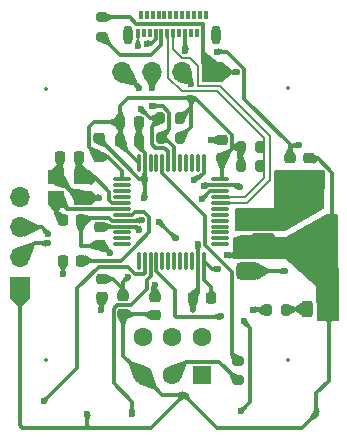
<source format=gtl>
%TF.GenerationSoftware,KiCad,Pcbnew,8.0.5*%
%TF.CreationDate,2024-09-25T23:10:07-04:00*%
%TF.ProjectId,kryptkey,6b727970-746b-4657-992e-6b696361645f,v0.1*%
%TF.SameCoordinates,Original*%
%TF.FileFunction,Copper,L1,Top*%
%TF.FilePolarity,Positive*%
%FSLAX46Y46*%
G04 Gerber Fmt 4.6, Leading zero omitted, Abs format (unit mm)*
G04 Created by KiCad (PCBNEW 8.0.5) date 2024-09-25 23:10:07*
%MOMM*%
%LPD*%
G01*
G04 APERTURE LIST*
G04 Aperture macros list*
%AMRoundRect*
0 Rectangle with rounded corners*
0 $1 Rounding radius*
0 $2 $3 $4 $5 $6 $7 $8 $9 X,Y pos of 4 corners*
0 Add a 4 corners polygon primitive as box body*
4,1,4,$2,$3,$4,$5,$6,$7,$8,$9,$2,$3,0*
0 Add four circle primitives for the rounded corners*
1,1,$1+$1,$2,$3*
1,1,$1+$1,$4,$5*
1,1,$1+$1,$6,$7*
1,1,$1+$1,$8,$9*
0 Add four rect primitives between the rounded corners*
20,1,$1+$1,$2,$3,$4,$5,0*
20,1,$1+$1,$4,$5,$6,$7,0*
20,1,$1+$1,$6,$7,$8,$9,0*
20,1,$1+$1,$8,$9,$2,$3,0*%
G04 Aperture macros list end*
%TA.AperFunction,Conductor*%
%ADD10C,0.200000*%
%TD*%
%TA.AperFunction,SMDPad,CuDef*%
%ADD11RoundRect,0.200000X-0.275000X0.200000X-0.275000X-0.200000X0.275000X-0.200000X0.275000X0.200000X0*%
%TD*%
%TA.AperFunction,SMDPad,CuDef*%
%ADD12RoundRect,0.200000X-0.200000X-0.275000X0.200000X-0.275000X0.200000X0.275000X-0.200000X0.275000X0*%
%TD*%
%TA.AperFunction,SMDPad,CuDef*%
%ADD13RoundRect,0.225000X0.225000X0.250000X-0.225000X0.250000X-0.225000X-0.250000X0.225000X-0.250000X0*%
%TD*%
%TA.AperFunction,SMDPad,CuDef*%
%ADD14RoundRect,0.225000X-0.225000X-0.250000X0.225000X-0.250000X0.225000X0.250000X-0.225000X0.250000X0*%
%TD*%
%TA.AperFunction,ComponentPad*%
%ADD15R,1.600000X1.600000*%
%TD*%
%TA.AperFunction,ComponentPad*%
%ADD16C,1.600000*%
%TD*%
%TA.AperFunction,SMDPad,CuDef*%
%ADD17RoundRect,0.375000X-0.625000X-0.375000X0.625000X-0.375000X0.625000X0.375000X-0.625000X0.375000X0*%
%TD*%
%TA.AperFunction,SMDPad,CuDef*%
%ADD18RoundRect,0.500000X-0.500000X-1.400000X0.500000X-1.400000X0.500000X1.400000X-0.500000X1.400000X0*%
%TD*%
%TA.AperFunction,SMDPad,CuDef*%
%ADD19RoundRect,0.200000X0.200000X0.275000X-0.200000X0.275000X-0.200000X-0.275000X0.200000X-0.275000X0*%
%TD*%
%TA.AperFunction,SMDPad,CuDef*%
%ADD20RoundRect,0.075000X-0.662500X-0.075000X0.662500X-0.075000X0.662500X0.075000X-0.662500X0.075000X0*%
%TD*%
%TA.AperFunction,SMDPad,CuDef*%
%ADD21RoundRect,0.075000X-0.075000X-0.662500X0.075000X-0.662500X0.075000X0.662500X-0.075000X0.662500X0*%
%TD*%
%TA.AperFunction,SMDPad,CuDef*%
%ADD22RoundRect,0.225000X0.250000X-0.225000X0.250000X0.225000X-0.250000X0.225000X-0.250000X-0.225000X0*%
%TD*%
%TA.AperFunction,SMDPad,CuDef*%
%ADD23R,1.400000X1.200000*%
%TD*%
%TA.AperFunction,SMDPad,CuDef*%
%ADD24RoundRect,0.218750X-0.256250X0.218750X-0.256250X-0.218750X0.256250X-0.218750X0.256250X0.218750X0*%
%TD*%
%TA.AperFunction,SMDPad,CuDef*%
%ADD25RoundRect,0.225000X-0.250000X0.225000X-0.250000X-0.225000X0.250000X-0.225000X0.250000X0.225000X0*%
%TD*%
%TA.AperFunction,ComponentPad*%
%ADD26R,1.700000X1.700000*%
%TD*%
%TA.AperFunction,ComponentPad*%
%ADD27O,1.700000X1.700000*%
%TD*%
%TA.AperFunction,SMDPad,CuDef*%
%ADD28RoundRect,0.200000X0.275000X-0.200000X0.275000X0.200000X-0.275000X0.200000X-0.275000X-0.200000X0*%
%TD*%
%TA.AperFunction,SMDPad,CuDef*%
%ADD29R,0.300000X0.800000*%
%TD*%
%TA.AperFunction,ComponentPad*%
%ADD30O,0.800000X1.600000*%
%TD*%
%TA.AperFunction,SMDPad,CuDef*%
%ADD31RoundRect,0.243750X-0.243750X-0.456250X0.243750X-0.456250X0.243750X0.456250X-0.243750X0.456250X0*%
%TD*%
%TA.AperFunction,ViaPad*%
%ADD32C,0.600000*%
%TD*%
%TA.AperFunction,Conductor*%
%ADD33C,0.300000*%
%TD*%
%ADD34C,0.300000*%
%ADD35C,0.350000*%
%ADD36O,0.500000X1.300000*%
G04 APERTURE END LIST*
D10*
%TO.N,GND*%
X121574380Y-66454380D02*
X121524380Y-69554380D01*
X118324380Y-71404380D01*
X114124380Y-71404380D01*
X114124380Y-69654380D01*
X117474380Y-69654380D01*
X117474380Y-66404380D01*
X121574380Y-66454380D01*
%TA.AperFunction,Conductor*%
G36*
X121574380Y-66454380D02*
G01*
X121524380Y-69554380D01*
X118324380Y-71404380D01*
X114124380Y-71404380D01*
X114124380Y-69654380D01*
X117474380Y-69654380D01*
X117474380Y-66404380D01*
X121574380Y-66454380D01*
G37*
%TD.AperFunction*%
%TO.N,+3V3*%
X122766880Y-79054380D02*
X121086880Y-79054380D01*
X121024380Y-76154380D01*
X118424380Y-73754380D01*
X114024380Y-73754380D01*
X114024380Y-72054380D01*
X118424380Y-72054380D01*
X121824380Y-70104380D01*
X122674380Y-70104380D01*
X122766880Y-79054380D01*
%TA.AperFunction,Conductor*%
G36*
X122766880Y-79054380D02*
G01*
X121086880Y-79054380D01*
X121024380Y-76154380D01*
X118424380Y-73754380D01*
X114024380Y-73754380D01*
X114024380Y-72054380D01*
X118424380Y-72054380D01*
X121824380Y-70104380D01*
X122674380Y-70104380D01*
X122766880Y-79054380D01*
G37*
%TD.AperFunction*%
%TD*%
D11*
%TO.P,R6,1*%
%TO.N,GND*%
X102824380Y-53404380D03*
%TO.P,R6,2*%
%TO.N,Net-(J3-CC1)*%
X102824380Y-55054380D03*
%TD*%
D12*
%TO.P,R2,1*%
%TO.N,/I2C1_SDA_OLED*%
X107749380Y-61954380D03*
%TO.P,R2,2*%
%TO.N,+3V3*%
X109399380Y-61954380D03*
%TD*%
D13*
%TO.P,C10,1*%
%TO.N,+3V3*%
X112074380Y-77166880D03*
%TO.P,C10,2*%
%TO.N,GND*%
X110524380Y-77166880D03*
%TD*%
D14*
%TO.P,C7,1*%
%TO.N,/HSE_OUT*%
X99486880Y-70604380D03*
%TO.P,C7,2*%
%TO.N,GND*%
X101036880Y-70604380D03*
%TD*%
D15*
%TO.P,SW4,1,A*%
%TO.N,GND*%
X111274380Y-83704380D03*
D16*
%TO.P,SW4,2,B*%
%TO.N,/SW_BOOT0*%
X108774380Y-83704380D03*
%TO.P,SW4,3,C*%
%TO.N,+3V3*%
X106274380Y-83704380D03*
%TO.P,SW4,4*%
%TO.N,N/C*%
X111274380Y-80504380D03*
%TO.P,SW4,5*%
X108774380Y-80504380D03*
%TO.P,SW4,6*%
X106274380Y-80504380D03*
%TD*%
D12*
%TO.P,R1,1*%
%TO.N,/I2C1_SCL_OLED*%
X107774380Y-63604380D03*
%TO.P,R1,2*%
%TO.N,+3V3*%
X109424380Y-63604380D03*
%TD*%
D17*
%TO.P,U1,1,GND*%
%TO.N,GND*%
X115174380Y-70304380D03*
%TO.P,U1,2,VO*%
%TO.N,+3V3*%
X115174380Y-72604380D03*
D18*
X121474380Y-72604380D03*
D17*
%TO.P,U1,3,VI*%
%TO.N,VBUS*%
X115174380Y-74904380D03*
%TD*%
D19*
%TO.P,R5,1*%
%TO.N,/USB_D+*%
X116224380Y-64354380D03*
%TO.P,R5,2*%
%TO.N,+3V3*%
X114574380Y-64354380D03*
%TD*%
D14*
%TO.P,C3,1*%
%TO.N,+3V3*%
X104374380Y-62254380D03*
%TO.P,C3,2*%
%TO.N,GND*%
X105924380Y-62254380D03*
%TD*%
D20*
%TO.P,U2,1,VBAT*%
%TO.N,+3V3*%
X104511880Y-67116880D03*
%TO.P,U2,2,PC13*%
%TO.N,unconnected-(U2-PC13-Pad2)*%
X104511880Y-67616880D03*
%TO.P,U2,3,PC14*%
%TO.N,unconnected-(U2-PC14-Pad3)*%
X104511880Y-68116880D03*
%TO.P,U2,4,PC15*%
%TO.N,unconnected-(U2-PC15-Pad4)*%
X104511880Y-68616880D03*
%TO.P,U2,5,PD0*%
%TO.N,/HSE_IN*%
X104511880Y-69116880D03*
%TO.P,U2,6,PD1*%
%TO.N,/HSE_OUT*%
X104511880Y-69616880D03*
%TO.P,U2,7,NRST*%
%TO.N,/NRST*%
X104511880Y-70116880D03*
%TO.P,U2,8,VSSA*%
%TO.N,GND*%
X104511880Y-70616880D03*
%TO.P,U2,9,VDDA*%
%TO.N,+3V3_A*%
X104511880Y-71116880D03*
%TO.P,U2,10,PA0*%
%TO.N,unconnected-(U2-PA0-Pad10)*%
X104511880Y-71616880D03*
%TO.P,U2,11,PA1*%
%TO.N,unconnected-(U2-PA1-Pad11)*%
X104511880Y-72116880D03*
%TO.P,U2,12,PA2*%
%TO.N,unconnected-(U2-PA2-Pad12)*%
X104511880Y-72616880D03*
D21*
%TO.P,U2,13,PA3*%
%TO.N,unconnected-(U2-PA3-Pad13)*%
X105924380Y-74029380D03*
%TO.P,U2,14,PA4*%
%TO.N,/UI_DOWN_BUTTON*%
X106424380Y-74029380D03*
%TO.P,U2,15,PA5*%
%TO.N,/UI_ENTER_BUTTON*%
X106924380Y-74029380D03*
%TO.P,U2,16,PA6*%
%TO.N,/UI_UP_BUTTON*%
X107424380Y-74029380D03*
%TO.P,U2,17,PA7*%
%TO.N,unconnected-(U2-PA7-Pad17)*%
X107924380Y-74029380D03*
%TO.P,U2,18,PB0*%
%TO.N,unconnected-(U2-PB0-Pad18)*%
X108424380Y-74029380D03*
%TO.P,U2,19,PB1*%
%TO.N,unconnected-(U2-PB1-Pad19)*%
X108924380Y-74029380D03*
%TO.P,U2,20,PB2*%
%TO.N,unconnected-(U2-PB2-Pad20)*%
X109424380Y-74029380D03*
%TO.P,U2,21,PB10*%
%TO.N,unconnected-(U2-PB10-Pad21)*%
X109924380Y-74029380D03*
%TO.P,U2,22,PB11*%
%TO.N,unconnected-(U2-PB11-Pad22)*%
X110424380Y-74029380D03*
%TO.P,U2,23,VSS*%
%TO.N,GND*%
X110924380Y-74029380D03*
%TO.P,U2,24,VDD*%
%TO.N,+3V3*%
X111424380Y-74029380D03*
D20*
%TO.P,U2,25,PB12*%
%TO.N,unconnected-(U2-PB12-Pad25)*%
X112836880Y-72616880D03*
%TO.P,U2,26,PB13*%
%TO.N,unconnected-(U2-PB13-Pad26)*%
X112836880Y-72116880D03*
%TO.P,U2,27,PB14*%
%TO.N,unconnected-(U2-PB14-Pad27)*%
X112836880Y-71616880D03*
%TO.P,U2,28,PB15*%
%TO.N,unconnected-(U2-PB15-Pad28)*%
X112836880Y-71116880D03*
%TO.P,U2,29,PA8*%
%TO.N,unconnected-(U2-PA8-Pad29)*%
X112836880Y-70616880D03*
%TO.P,U2,30,PA9*%
%TO.N,unconnected-(U2-PA9-Pad30)*%
X112836880Y-70116880D03*
%TO.P,U2,31,PA10*%
%TO.N,unconnected-(U2-PA10-Pad31)*%
X112836880Y-69616880D03*
%TO.P,U2,32,PA11*%
%TO.N,/USB_D-*%
X112836880Y-69116880D03*
%TO.P,U2,33,PA12*%
%TO.N,/USB_D+*%
X112836880Y-68616880D03*
%TO.P,U2,34,PA13*%
%TO.N,/SWDIO*%
X112836880Y-68116880D03*
%TO.P,U2,35,VSS*%
%TO.N,GND*%
X112836880Y-67616880D03*
%TO.P,U2,36,VDD*%
%TO.N,+3V3*%
X112836880Y-67116880D03*
D21*
%TO.P,U2,37,PA14*%
%TO.N,/SWCLK*%
X111424380Y-65704380D03*
%TO.P,U2,38,PA15*%
%TO.N,unconnected-(U2-PA15-Pad38)*%
X110924380Y-65704380D03*
%TO.P,U2,39,PB3*%
%TO.N,unconnected-(U2-PB3-Pad39)*%
X110424380Y-65704380D03*
%TO.P,U2,40,PB4*%
%TO.N,unconnected-(U2-PB4-Pad40)*%
X109924380Y-65704380D03*
%TO.P,U2,41,PB5*%
%TO.N,unconnected-(U2-PB5-Pad41)*%
X109424380Y-65704380D03*
%TO.P,U2,42,PB6*%
%TO.N,/I2C1_SCL_OLED*%
X108924380Y-65704380D03*
%TO.P,U2,43,PB7*%
%TO.N,/I2C1_SDA_OLED*%
X108424380Y-65704380D03*
%TO.P,U2,44,BOOT0*%
%TO.N,/BOOT0*%
X107924380Y-65704380D03*
%TO.P,U2,45,PB8*%
%TO.N,unconnected-(U2-PB8-Pad45)*%
X107424380Y-65704380D03*
%TO.P,U2,46,PB9*%
%TO.N,unconnected-(U2-PB9-Pad46)*%
X106924380Y-65704380D03*
%TO.P,U2,47,VSS*%
%TO.N,GND*%
X106424380Y-65704380D03*
%TO.P,U2,48,VDD*%
%TO.N,+3V3*%
X105924380Y-65704380D03*
%TD*%
D22*
%TO.P,C8,1*%
%TO.N,+3V3*%
X112974380Y-65354380D03*
%TO.P,C8,2*%
%TO.N,GND*%
X112974380Y-63804380D03*
%TD*%
D23*
%TO.P,Y1,1,1*%
%TO.N,/HSE_IN*%
X101136880Y-66966880D03*
%TO.P,Y1,2,2*%
%TO.N,GND*%
X98936880Y-66966880D03*
%TO.P,Y1,3,3*%
%TO.N,/HSE_OUT*%
X98936880Y-68666880D03*
%TO.P,Y1,4,4*%
%TO.N,GND*%
X101136880Y-68666880D03*
%TD*%
D24*
%TO.P,FB1,1*%
%TO.N,+3V3_A*%
X104624380Y-76979380D03*
%TO.P,FB1,2*%
%TO.N,+3V3*%
X104624380Y-78554380D03*
%TD*%
D25*
%TO.P,C2,1*%
%TO.N,+3V3*%
X120324380Y-65354380D03*
%TO.P,C2,2*%
%TO.N,GND*%
X120324380Y-66904380D03*
%TD*%
D26*
%TO.P,J2,1,Pin_1*%
%TO.N,+3V3*%
X95874380Y-76274380D03*
D27*
%TO.P,J2,2,Pin_2*%
%TO.N,/SWDIO*%
X95874380Y-73734380D03*
%TO.P,J2,3,Pin_3*%
%TO.N,/SWCLK*%
X95874380Y-71194380D03*
%TO.P,J2,4,Pin_4*%
%TO.N,GND*%
X95874380Y-68654380D03*
%TD*%
D25*
%TO.P,C12,1*%
%TO.N,+3V3_A*%
X102774380Y-75566880D03*
%TO.P,C12,2*%
%TO.N,GND*%
X102774380Y-77116880D03*
%TD*%
D28*
%TO.P,R4,1*%
%TO.N,/SW_BOOT0*%
X114324380Y-84154380D03*
%TO.P,R4,2*%
%TO.N,/BOOT0*%
X114324380Y-82504380D03*
%TD*%
D26*
%TO.P,J1,1,Pin_1*%
%TO.N,GND*%
X112124380Y-58054380D03*
D27*
%TO.P,J1,2,Pin_2*%
%TO.N,+3V3*%
X109584380Y-58054380D03*
%TO.P,J1,3,Pin_3*%
%TO.N,/I2C1_SCL_OLED*%
X107044380Y-58054380D03*
%TO.P,J1,4,Pin_4*%
%TO.N,/I2C1_SDA_OLED*%
X104504380Y-58054380D03*
%TD*%
D22*
%TO.P,C9,1*%
%TO.N,+3V3*%
X102524380Y-65204380D03*
%TO.P,C9,2*%
%TO.N,GND*%
X102524380Y-63654380D03*
%TD*%
%TO.P,C13,1*%
%TO.N,+3V3*%
X107274380Y-78604380D03*
%TO.P,C13,2*%
%TO.N,GND*%
X107274380Y-77054380D03*
%TD*%
D12*
%TO.P,R3,1*%
%TO.N,GND*%
X116774380Y-78204380D03*
%TO.P,R3,2*%
%TO.N,/PWR_LED_K*%
X118424380Y-78204380D03*
%TD*%
D29*
%TO.P,J3,A1,GND_A*%
%TO.N,GND*%
X105849380Y-54691880D03*
%TO.P,J3,A2,SSTXP1*%
%TO.N,unconnected-(J3-SSTXP1-PadA2)*%
X106349380Y-54691880D03*
%TO.P,J3,A3,SSTXN1*%
%TO.N,unconnected-(J3-SSTXN1-PadA3)*%
X106849380Y-54691880D03*
%TO.P,J3,A4,VBUS_A*%
%TO.N,VBUS*%
X107349380Y-54691880D03*
%TO.P,J3,A5,CC1*%
%TO.N,Net-(J3-CC1)*%
X107849380Y-54691880D03*
%TO.P,J3,A6,DP1*%
%TO.N,/USB_D+*%
X108349380Y-54691880D03*
%TO.P,J3,A7,DN1*%
%TO.N,/USB_D-*%
X108849380Y-54691880D03*
%TO.P,J3,A8,SBU1*%
%TO.N,unconnected-(J3-SBU1-PadA8)*%
X109349380Y-54691880D03*
%TO.P,J3,A9,VBUS_A*%
%TO.N,VBUS*%
X109849380Y-54691880D03*
%TO.P,J3,A10,SSRXN2*%
%TO.N,unconnected-(J3-SSRXN2-PadA10)*%
X110349380Y-54691880D03*
%TO.P,J3,A11,SSRXP2*%
%TO.N,unconnected-(J3-SSRXP2-PadA11)*%
X110849380Y-54691880D03*
%TO.P,J3,A12,GND_A*%
%TO.N,GND*%
X111349380Y-54691880D03*
%TO.P,J3,B1,GND_B*%
%TO.N,unconnected-(J3-GND_B-PadB1)_1*%
X111599380Y-53191880D03*
%TO.P,J3,B2,SSTXP2*%
%TO.N,unconnected-(J3-SSTXP2-PadB2)*%
X111099380Y-53191880D03*
%TO.P,J3,B3,SSTXN2*%
%TO.N,unconnected-(J3-SSTXN2-PadB3)*%
X110599380Y-53191880D03*
%TO.P,J3,B4,VBUS_B*%
%TO.N,unconnected-(J3-VBUS_B-PadB4)_1*%
X110099380Y-53191880D03*
%TO.P,J3,B5,CC2*%
%TO.N,unconnected-(J3-CC2-PadB5)*%
X109599380Y-53191880D03*
%TO.P,J3,B6,DP2*%
%TO.N,unconnected-(J3-DP2-PadB6)*%
X109099380Y-53191880D03*
%TO.P,J3,B7,DN2*%
%TO.N,unconnected-(J3-DN2-PadB7)*%
X108599380Y-53191880D03*
%TO.P,J3,B8,SBU2*%
%TO.N,unconnected-(J3-SBU2-PadB8)*%
X108099380Y-53191880D03*
%TO.P,J3,B9,VBUS_B*%
%TO.N,unconnected-(J3-VBUS_B-PadB4)*%
X107599380Y-53191880D03*
%TO.P,J3,B10,SSRXN1*%
%TO.N,unconnected-(J3-SSRXN1-PadB10)*%
X107099380Y-53191880D03*
%TO.P,J3,B11,SSRXP1*%
%TO.N,unconnected-(J3-SSRXP1-PadB11)*%
X106599380Y-53191880D03*
%TO.P,J3,B12,GND_B*%
%TO.N,unconnected-(J3-GND_B-PadB1)*%
X106099380Y-53191880D03*
D30*
%TO.P,J3,S1,SHELL_GND*%
%TO.N,unconnected-(J3-SHELL_GND-PadS1)*%
X112424380Y-54891880D03*
%TO.P,J3,S2,SHELL_GND*%
%TO.N,unconnected-(J3-SHELL_GND-PadS1)_1*%
X105024380Y-54891880D03*
%TD*%
D13*
%TO.P,C4,1*%
%TO.N,/NRST*%
X101074380Y-74004380D03*
%TO.P,C4,2*%
%TO.N,GND*%
X99524380Y-74004380D03*
%TD*%
D25*
%TO.P,C1,1*%
%TO.N,VBUS*%
X118724380Y-65354380D03*
%TO.P,C1,2*%
%TO.N,GND*%
X118724380Y-66904380D03*
%TD*%
D13*
%TO.P,C5,1*%
%TO.N,/HSE_IN*%
X100836880Y-65266880D03*
%TO.P,C5,2*%
%TO.N,GND*%
X99286880Y-65266880D03*
%TD*%
D12*
%TO.P,R3,1*%
%TO.N,+3V3*%
X114549380Y-65954380D03*
%TO.P,R3,2*%
%TO.N,/USB_D+*%
X116199380Y-65954380D03*
%TD*%
D31*
%TO.P,D1,1,K*%
%TO.N,/PWR_LED_K*%
X120149380Y-78104380D03*
%TO.P,D1,2,A*%
%TO.N,+3V3*%
X122024380Y-78104380D03*
%TD*%
D25*
%TO.P,C11,1*%
%TO.N,+3V3_A*%
X102674380Y-71166880D03*
%TO.P,C11,2*%
%TO.N,GND*%
X102674380Y-72716880D03*
%TD*%
D14*
%TO.P,C6,1*%
%TO.N,+3V3*%
X104374380Y-63904380D03*
%TO.P,C6,2*%
%TO.N,GND*%
X105924380Y-63904380D03*
%TD*%
D32*
%TO.N,+3V3*%
X120974380Y-86954380D03*
%TO.N,/UI_UP_BUTTON*%
X114574380Y-86754380D03*
%TO.N,+3V3*%
X109774380Y-85354380D03*
%TO.N,/UI_ENTER_BUTTON*%
X105374380Y-86954380D03*
%TO.N,+3V3*%
X101574380Y-86954380D03*
%TO.N,/UI_DOWN_BUTTON*%
X97911880Y-85891880D03*
%TO.N,GND*%
X106174380Y-70604380D03*
X112024380Y-63804380D03*
X110924380Y-72604380D03*
X106374380Y-68704380D03*
X99524380Y-75104380D03*
X117849380Y-68904380D03*
X105851149Y-55863614D03*
X107274380Y-76054380D03*
X111474380Y-67654380D03*
X114474380Y-67754380D03*
X110524380Y-78104380D03*
X114224380Y-58054380D03*
X102724380Y-78204380D03*
X103524380Y-73354380D03*
X106424380Y-67104380D03*
X102574380Y-68704380D03*
X115624380Y-78154380D03*
%TO.N,+3V3*%
X112624380Y-74704380D03*
X117174380Y-72004380D03*
X110374380Y-59054360D03*
X113424380Y-73554380D03*
X114524380Y-65154380D03*
X110374380Y-60254380D03*
%TO.N,VBUS*%
X109874380Y-56254380D03*
X112524380Y-56304380D03*
X106624380Y-55658395D03*
X118274380Y-74904380D03*
X119474380Y-64204380D03*
%TO.N,/SWDIO*%
X111274380Y-68804380D03*
X98221165Y-72552611D03*
%TO.N,/SWCLK*%
X110574380Y-67154380D03*
X98274380Y-71754380D03*
%TO.N,/I2C1_SCL_OLED*%
X107044380Y-59384380D03*
X107044380Y-60904380D03*
%TO.N,/I2C1_SDA_OLED*%
X105974380Y-59404380D03*
X106074380Y-61154380D03*
%TO.N,/UI_UP_BUTTON*%
X112874380Y-78704380D03*
X114824380Y-79154380D03*
%TO.N,+3V3_A*%
X105014760Y-75414000D03*
X109074380Y-72104380D03*
X107624380Y-70704380D03*
X105968249Y-71377371D03*
%TD*%
D33*
%TO.N,/UI_UP_BUTTON*%
X115374380Y-79704380D02*
X114824380Y-79154380D01*
X115374380Y-85954380D02*
X115374380Y-79704380D01*
X114574380Y-86754380D02*
X115374380Y-85954380D01*
%TO.N,+3V3*%
X120974380Y-85229380D02*
X122024380Y-84179380D01*
X120974380Y-86954380D02*
X120974380Y-85229380D01*
X112574380Y-88154380D02*
X109774380Y-85354380D01*
X119774380Y-88154380D02*
X112574380Y-88154380D01*
X120974380Y-86954380D02*
X119774380Y-88154380D01*
X122024380Y-84179380D02*
X122024380Y-78104380D01*
X106974380Y-88154380D02*
X101824380Y-88154380D01*
X109774380Y-85354380D02*
X106974380Y-88154380D01*
X109774380Y-85354380D02*
X107924380Y-85354380D01*
X107924380Y-85354380D02*
X106274380Y-83704380D01*
%TO.N,/UI_ENTER_BUTTON*%
X106924380Y-75304380D02*
X106924380Y-74029380D01*
X106624380Y-75604380D02*
X106924380Y-75304380D01*
X106624380Y-76409972D02*
X106624380Y-75604380D01*
X103799380Y-78093984D02*
X104126484Y-77766880D01*
X103799380Y-84404380D02*
X103799380Y-78093984D01*
X105267472Y-77766880D02*
X106624380Y-76409972D01*
X105374380Y-85979380D02*
X103799380Y-84404380D01*
X104126484Y-77766880D02*
X105267472Y-77766880D01*
X105374380Y-86954380D02*
X105374380Y-85979380D01*
%TO.N,+3V3*%
X101574380Y-86954380D02*
X101574380Y-87904380D01*
X101574380Y-87904380D02*
X101824380Y-88154380D01*
%TO.N,/UI_DOWN_BUTTON*%
X106424380Y-75054380D02*
X106424380Y-74029380D01*
X106361880Y-75116880D02*
X106424380Y-75054380D01*
X105636880Y-75116880D02*
X106361880Y-75116880D01*
X105024380Y-74504380D02*
X105636880Y-75116880D01*
X97911880Y-85891880D02*
X100724380Y-83079380D01*
X100724380Y-83079380D02*
X100724380Y-76322472D01*
X102542472Y-74504380D02*
X105024380Y-74504380D01*
X100724380Y-76322472D02*
X102542472Y-74504380D01*
%TO.N,GND*%
X105924380Y-63904380D02*
X105924380Y-64363760D01*
X111349380Y-53991880D02*
X111299380Y-53941880D01*
X102774380Y-78154380D02*
X102724380Y-78204380D01*
X102636880Y-72754380D02*
X101024380Y-72754380D01*
X105983760Y-67104380D02*
X106424380Y-67104380D01*
X101024380Y-70616880D02*
X101036880Y-70604380D01*
X110524380Y-78254380D02*
X110524380Y-78104380D01*
X103671260Y-70616880D02*
X103421260Y-70366880D01*
X98936880Y-66966880D02*
X99036880Y-66966880D01*
X101024380Y-72754380D02*
X101024380Y-70616880D01*
X102574380Y-68679380D02*
X102574380Y-68704380D01*
X116774380Y-78154380D02*
X115624380Y-78154380D01*
X102524380Y-63654380D02*
X102533760Y-63654380D01*
X111299380Y-53941880D02*
X105711880Y-53941880D01*
X101136880Y-68666880D02*
X102561880Y-68666880D01*
X99286880Y-66616880D02*
X98936880Y-66966880D01*
D10*
X105874380Y-55840383D02*
X105851149Y-55863614D01*
D33*
X100736880Y-68666880D02*
X101136880Y-68666880D01*
X104511880Y-70616880D02*
X106161880Y-70616880D01*
X110924380Y-76766880D02*
X110924380Y-74029380D01*
X114336880Y-67616880D02*
X114474380Y-67754380D01*
X111349380Y-54691880D02*
X111349380Y-53991880D01*
X102674380Y-72716880D02*
X102636880Y-72754380D01*
X106424380Y-64863760D02*
X106424380Y-65704380D01*
X105711880Y-53941880D02*
X105174380Y-53404380D01*
D10*
X105874380Y-55604380D02*
X105874380Y-55840383D01*
D33*
X104511880Y-70616880D02*
X103671260Y-70616880D01*
X106424380Y-68654380D02*
X106374380Y-68704380D01*
X102524380Y-63654380D02*
X102574380Y-63654380D01*
X110924380Y-74029380D02*
X110924380Y-72604380D01*
X112836880Y-67616880D02*
X114336880Y-67616880D01*
X99286880Y-65266880D02*
X99286880Y-66616880D01*
X102574380Y-70366880D02*
X101274380Y-70366880D01*
X111349380Y-57279380D02*
X112124380Y-58054380D01*
X101136880Y-70266880D02*
X101036880Y-70366880D01*
D10*
X105849380Y-54691880D02*
X105849380Y-55579380D01*
D33*
X99036880Y-66966880D02*
X100736880Y-68666880D01*
X103421260Y-70366880D02*
X102574380Y-70366880D01*
X111349380Y-54691880D02*
X111349380Y-57279380D01*
X102561880Y-68666880D02*
X102574380Y-68679380D01*
X112974380Y-63804380D02*
X112024380Y-63804380D01*
D10*
X105849380Y-55579380D02*
X105874380Y-55604380D01*
D33*
X107274380Y-77054380D02*
X107274380Y-76054380D01*
X106424380Y-67104380D02*
X106424380Y-68654380D01*
X102674380Y-72716880D02*
X102886880Y-72716880D01*
X102774380Y-77116880D02*
X102774380Y-78154380D01*
X105924380Y-64363760D02*
X106177500Y-64616880D01*
X105924380Y-62254380D02*
X105924380Y-63904380D01*
X110524380Y-77166880D02*
X110924380Y-76766880D01*
X105174380Y-53404380D02*
X102824380Y-53404380D01*
X101274380Y-70366880D02*
X101036880Y-70604380D01*
D10*
X99524380Y-74004380D02*
X99524380Y-75104380D01*
D33*
X112124380Y-58054380D02*
X114224380Y-58054380D01*
X110524380Y-77166880D02*
X110524380Y-78104380D01*
X111511880Y-67616880D02*
X111474380Y-67654380D01*
X112836880Y-67616880D02*
X111511880Y-67616880D01*
X106177500Y-64616880D02*
X106424380Y-64863760D01*
X102886880Y-72716880D02*
X103524380Y-73354380D01*
X106424380Y-65704380D02*
X106424380Y-67104380D01*
X106161880Y-70616880D02*
X106174380Y-70604380D01*
X116774380Y-78204380D02*
X116774380Y-78154380D01*
X102533760Y-63654380D02*
X105983760Y-67104380D01*
D10*
%TO.N,+3V3*%
X114549380Y-65179380D02*
X114524380Y-65154380D01*
D33*
X104511880Y-66391880D02*
X104511880Y-67116880D01*
X102524380Y-65204380D02*
X101699380Y-64379380D01*
X112974380Y-65354380D02*
X113799380Y-64529380D01*
X104624380Y-78554380D02*
X107224380Y-78554380D01*
X104374380Y-63904380D02*
X104374380Y-64154380D01*
X96074380Y-88154380D02*
X101824380Y-88154380D01*
X104374380Y-64154380D02*
X105924380Y-65704380D01*
X107224380Y-78554380D02*
X107274380Y-78604380D01*
X102524380Y-65204380D02*
X103324380Y-65204380D01*
X111424380Y-75654380D02*
X112024380Y-76254380D01*
X104374380Y-60904380D02*
X104374380Y-62254380D01*
X110374380Y-60254380D02*
X105024380Y-60254380D01*
X121113943Y-65354380D02*
X122324380Y-66564817D01*
X111424380Y-74029380D02*
X112099380Y-74704380D01*
X109584380Y-58054380D02*
X109584380Y-58264360D01*
X113799380Y-64529380D02*
X113799380Y-63329380D01*
X112974380Y-66979380D02*
X112836880Y-67116880D01*
X95874380Y-87954380D02*
X96074380Y-88154380D01*
X113424380Y-73554380D02*
X114224380Y-73554380D01*
D10*
X114549380Y-65954380D02*
X114549380Y-65179380D01*
D33*
X115174380Y-72604380D02*
X115174380Y-72404380D01*
X112974380Y-65354380D02*
X112974380Y-66979380D01*
X111424380Y-74029380D02*
X111424380Y-75654380D01*
X109424380Y-61954380D02*
X109399380Y-61954380D01*
X112024380Y-76554380D02*
X112074380Y-76604380D01*
X103324380Y-65204380D02*
X104511880Y-66391880D01*
X101699380Y-62679380D02*
X102124380Y-62254380D01*
D10*
X114574380Y-64354380D02*
X114574380Y-65104380D01*
D33*
X112099380Y-74704380D02*
X112624380Y-74704380D01*
X104374380Y-62254380D02*
X104374380Y-63904380D01*
X115174380Y-72404380D02*
X115724380Y-71854380D01*
X122324380Y-66564817D02*
X122324380Y-70650630D01*
X109584380Y-58264360D02*
X110374380Y-59054360D01*
X110724380Y-60254380D02*
X110374380Y-60254380D01*
D10*
X114574380Y-64354380D02*
X113974380Y-64354380D01*
D33*
X110374380Y-61004380D02*
X109424380Y-61954380D01*
X101699380Y-64379380D02*
X101699380Y-62679380D01*
X95874380Y-76274380D02*
X95874380Y-87954380D01*
X112024380Y-76254380D02*
X112024380Y-76554380D01*
X106274380Y-83704380D02*
X104624380Y-82054380D01*
X112074380Y-76604380D02*
X112074380Y-77166880D01*
X115724380Y-71854380D02*
X117174380Y-71854380D01*
X110374380Y-62654380D02*
X110374380Y-60254380D01*
X112849380Y-67104380D02*
X112836880Y-67116880D01*
D10*
X114574380Y-65104380D02*
X114524380Y-65154380D01*
D33*
X117174380Y-71854380D02*
X117174380Y-72004380D01*
X102124380Y-62254380D02*
X104374380Y-62254380D01*
X113799380Y-63329380D02*
X110724380Y-60254380D01*
X114224380Y-73554380D02*
X115174380Y-72604380D01*
X109424380Y-63604380D02*
X110374380Y-62654380D01*
X110424380Y-60304380D02*
X110374380Y-60254380D01*
X120324380Y-65354380D02*
X121113943Y-65354380D01*
X105024380Y-60254380D02*
X104374380Y-60904380D01*
X109174380Y-62254380D02*
X109174380Y-62204380D01*
X110374380Y-61004380D02*
X110374380Y-60254380D01*
X104624380Y-82054380D02*
X104624380Y-78554380D01*
D10*
X113974380Y-64354380D02*
X112974380Y-65354380D01*
D33*
%TO.N,/NRST*%
X106824380Y-71621570D02*
X106824380Y-70304380D01*
X106390000Y-69870000D02*
X105599380Y-69870000D01*
X104465000Y-74004380D02*
X105599380Y-72870000D01*
X106824380Y-70304380D02*
X106390000Y-69870000D01*
X105599380Y-72870000D02*
X105599380Y-72846570D01*
X105352500Y-70116880D02*
X104511880Y-70116880D01*
X105599380Y-72846570D02*
X106824380Y-71621570D01*
X105599380Y-69870000D02*
X105352500Y-70116880D01*
X101074380Y-74004380D02*
X104465000Y-74004380D01*
%TO.N,/HSE_IN*%
X103424380Y-68162190D02*
X102229070Y-66966880D01*
X104511880Y-69116880D02*
X103671260Y-69116880D01*
X102229070Y-66966880D02*
X101136880Y-66966880D01*
X103671260Y-69116880D02*
X103424380Y-68870000D01*
X100836880Y-66666880D02*
X101136880Y-66966880D01*
X100836880Y-65266880D02*
X100836880Y-66666880D01*
X103424380Y-68870000D02*
X103424380Y-68162190D01*
%TO.N,/HSE_OUT*%
X98936880Y-70054380D02*
X99486880Y-70604380D01*
X99886880Y-69616880D02*
X104511880Y-69616880D01*
X98936880Y-68666880D02*
X98936880Y-70054380D01*
X98936880Y-68666880D02*
X99886880Y-69616880D01*
%TO.N,VBUS*%
X119474380Y-64204380D02*
X119074380Y-64204380D01*
X109849380Y-56229380D02*
X109874380Y-56254380D01*
X118724380Y-65354380D02*
X118724380Y-64154380D01*
X118724380Y-64154380D02*
X114874380Y-60304380D01*
X107349380Y-55279380D02*
X106970365Y-55658395D01*
X118724380Y-64554380D02*
X118724380Y-65354380D01*
X115174380Y-74904380D02*
X118274380Y-74904380D01*
X109849380Y-54691880D02*
X109849380Y-56229380D01*
X113393619Y-56304380D02*
X112524380Y-56304380D01*
X118274380Y-74904380D02*
X118324380Y-74954380D01*
X114874380Y-60304380D02*
X114874380Y-57785141D01*
X119074380Y-64204380D02*
X118724380Y-64554380D01*
X107349380Y-54691880D02*
X107349380Y-55279380D01*
X106970365Y-55658395D02*
X106624380Y-55658395D01*
X114874380Y-57785141D02*
X113393619Y-56304380D01*
%TO.N,/PWR_LED_K*%
X118524380Y-78104380D02*
X118424380Y-78204380D01*
X120149380Y-78104380D02*
X118524380Y-78104380D01*
%TO.N,/SWDIO*%
X98224380Y-72504380D02*
X97104380Y-72504380D01*
X97104380Y-72504380D02*
X95874380Y-73734380D01*
X98221165Y-72552611D02*
X98224380Y-72549396D01*
X111961880Y-68116880D02*
X112836880Y-68116880D01*
X111274380Y-68804380D02*
X111961880Y-68116880D01*
X98224380Y-72549396D02*
X98224380Y-72504380D01*
%TO.N,/SWCLK*%
X98274380Y-71754380D02*
X97714380Y-71194380D01*
X97714380Y-71194380D02*
X95874380Y-71194380D01*
X111424380Y-66545000D02*
X111424380Y-65704380D01*
X110815000Y-67154380D02*
X111424380Y-66545000D01*
X110574380Y-67154380D02*
X110815000Y-67154380D01*
%TO.N,/I2C1_SCL_OLED*%
X107957738Y-60904380D02*
X108524380Y-61471022D01*
X108124380Y-63604380D02*
X107774380Y-63604380D01*
X107524380Y-63804380D02*
X107865000Y-63804380D01*
X108524380Y-61471022D02*
X108524380Y-62854380D01*
X107044380Y-60904380D02*
X107957738Y-60904380D01*
X107024380Y-59404380D02*
X107044380Y-59384380D01*
X108924380Y-64404380D02*
X108124380Y-63604380D01*
X108524380Y-62854380D02*
X107774380Y-63604380D01*
X108924380Y-65704380D02*
X108924380Y-64404380D01*
X107044380Y-58054380D02*
X107044380Y-59384380D01*
%TO.N,/I2C1_SDA_OLED*%
X108099380Y-64429380D02*
X107341022Y-64429380D01*
X104674380Y-58054380D02*
X105974380Y-59354380D01*
X104504380Y-58054380D02*
X104674380Y-58054380D01*
X107341022Y-64429380D02*
X107024380Y-64112738D01*
X106074380Y-61154380D02*
X106118788Y-61154380D01*
X106118788Y-61154380D02*
X106918788Y-61954380D01*
X107024380Y-62679380D02*
X107749380Y-61954380D01*
X105974380Y-59354380D02*
X105974380Y-59404380D01*
X107024380Y-64112738D02*
X107024380Y-62679380D01*
X108424380Y-65704380D02*
X108424380Y-64754380D01*
X106918788Y-61954380D02*
X107749380Y-61954380D01*
X108424380Y-64754380D02*
X108099380Y-64429380D01*
%TO.N,/BOOT0*%
X113824380Y-82004380D02*
X113824380Y-74945000D01*
X111574380Y-70195000D02*
X107924380Y-66545000D01*
X114324380Y-82504380D02*
X113824380Y-82004380D01*
X111574380Y-72695000D02*
X111574380Y-70195000D01*
X113824380Y-74945000D02*
X111574380Y-72695000D01*
X107924380Y-66545000D02*
X107924380Y-65704380D01*
%TO.N,/SW_BOOT0*%
X109924380Y-82554380D02*
X108774380Y-83704380D01*
X112724380Y-82554380D02*
X109924380Y-82554380D01*
X114324380Y-84154380D02*
X112724380Y-82554380D01*
D10*
%TO.N,/USB_D+*%
X112581158Y-59654360D02*
X109558014Y-59654360D01*
X112836880Y-68616880D02*
X113943131Y-68616880D01*
X114918680Y-68641880D02*
X116547082Y-67013478D01*
X108434380Y-58530726D02*
X108434380Y-56299276D01*
X108349380Y-54941880D02*
X108349380Y-54691880D01*
X116547082Y-67013478D02*
X116547082Y-63620284D01*
X109558014Y-59654360D02*
X108434380Y-58530726D01*
X116547082Y-63620284D02*
X112581158Y-59654360D01*
X108374380Y-54966880D02*
X108349380Y-54941880D01*
X113968131Y-68641880D02*
X114918680Y-68641880D01*
X108374380Y-56239276D02*
X108374380Y-54966880D01*
X113943131Y-68616880D02*
X113968131Y-68641880D01*
X108434380Y-56299276D02*
X108374380Y-56239276D01*
X112836880Y-68616880D02*
X112836880Y-68566880D01*
D33*
%TO.N,/UI_UP_BUTTON*%
X109024380Y-76470000D02*
X109024380Y-78704380D01*
X107424380Y-74029380D02*
X107424380Y-74870000D01*
X109074380Y-78754380D02*
X112824380Y-78754380D01*
X109024380Y-78704380D02*
X109074380Y-78754380D01*
X112824380Y-78754380D02*
X112874380Y-78704380D01*
X107424380Y-74870000D02*
X109024380Y-76470000D01*
D10*
%TO.N,/USB_D-*%
X108849380Y-54941880D02*
X108849380Y-54691880D01*
X116997082Y-67199878D02*
X116997082Y-63433884D01*
X116997082Y-63433884D02*
X112767578Y-59204380D01*
X110974380Y-59204380D02*
X110974380Y-57540776D01*
X112836880Y-69116880D02*
X113943131Y-69116880D01*
X108824380Y-54966880D02*
X108849380Y-54941880D01*
X108824380Y-56052909D02*
X108824380Y-54966880D01*
X113943131Y-69116880D02*
X113968131Y-69091880D01*
X112767578Y-59204380D02*
X110974380Y-59204380D01*
X110974380Y-57540776D02*
X110287984Y-56854380D01*
X115105080Y-69091880D02*
X116997082Y-67199878D01*
X112836880Y-69116880D02*
X112886880Y-69066880D01*
X109625851Y-56854380D02*
X108824380Y-56052909D01*
X110287984Y-56854380D02*
X109625851Y-56854380D01*
X113968131Y-69091880D02*
X115105080Y-69091880D01*
D33*
%TO.N,Net-(J3-CC1)*%
X106974380Y-56604380D02*
X107849380Y-55729380D01*
X104374380Y-56604380D02*
X106974380Y-56604380D01*
X107849380Y-55729380D02*
X107849380Y-54691880D01*
X102824380Y-55054380D02*
X104374380Y-56604380D01*
%TO.N,+3V3_A*%
X104624380Y-76979380D02*
X104624380Y-76404380D01*
X109024380Y-72104380D02*
X109074380Y-72104380D01*
X105014760Y-75414000D02*
X104624380Y-75804380D01*
X104624380Y-76404380D02*
X103786880Y-75566880D01*
X105767641Y-71116880D02*
X105974380Y-71323619D01*
X104511880Y-71116880D02*
X105767641Y-71116880D01*
X107624380Y-70704380D02*
X109024380Y-72104380D01*
X103786880Y-75566880D02*
X102774380Y-75566880D01*
X102724380Y-71116880D02*
X104511880Y-71116880D01*
X105974380Y-71323619D02*
X105974380Y-71371240D01*
X104624380Y-75804380D02*
X104624380Y-76404380D01*
X105974380Y-71371240D02*
X105968249Y-71377371D01*
X102674380Y-71166880D02*
X102724380Y-71116880D01*
%TD*%
%TA.AperFunction,Conductor*%
%TO.N,/UI_UP_BUTTON*%
G36*
X115101089Y-79043465D02*
G01*
X115106678Y-79048356D01*
X115350153Y-79464784D01*
X115351371Y-79473654D01*
X115348326Y-79478961D01*
X115148961Y-79678326D01*
X115140688Y-79681753D01*
X115134784Y-79680153D01*
X114718356Y-79436678D01*
X114712943Y-79429544D01*
X114713437Y-79422136D01*
X114821816Y-79158194D01*
X114828126Y-79151844D01*
X115092136Y-79043438D01*
X115101089Y-79043465D01*
G37*
%TD.AperFunction*%
%TD*%
%TA.AperFunction,Conductor*%
%TO.N,/UI_UP_BUTTON*%
G36*
X114898961Y-86230433D02*
G01*
X115098326Y-86429798D01*
X115101753Y-86438071D01*
X115100153Y-86443976D01*
X114856678Y-86860403D01*
X114849544Y-86865816D01*
X114842134Y-86865321D01*
X114578195Y-86756943D01*
X114571843Y-86750631D01*
X114571816Y-86750564D01*
X114463438Y-86486625D01*
X114463465Y-86477670D01*
X114468354Y-86472082D01*
X114884786Y-86228605D01*
X114893654Y-86227388D01*
X114898961Y-86230433D01*
G37*
%TD.AperFunction*%
%TD*%
%TA.AperFunction,Conductor*%
%TO.N,+3V3*%
G36*
X121123624Y-86357807D02*
G01*
X121126669Y-86363114D01*
X121248964Y-86829734D01*
X121247746Y-86838605D01*
X121242157Y-86843496D01*
X120978891Y-86953495D01*
X120969936Y-86953522D01*
X120969869Y-86953495D01*
X120706602Y-86843496D01*
X120700290Y-86837144D01*
X120699795Y-86829734D01*
X120822091Y-86363114D01*
X120827504Y-86355980D01*
X120833409Y-86354380D01*
X121115351Y-86354380D01*
X121123624Y-86357807D01*
G37*
%TD.AperFunction*%
%TD*%
%TA.AperFunction,Conductor*%
%TO.N,+3V3*%
G36*
X110051089Y-85243465D02*
G01*
X110056678Y-85248356D01*
X110300153Y-85664784D01*
X110301371Y-85673654D01*
X110298326Y-85678961D01*
X110098961Y-85878326D01*
X110090688Y-85881753D01*
X110084784Y-85880153D01*
X109668356Y-85636678D01*
X109662943Y-85629544D01*
X109663437Y-85622136D01*
X109771816Y-85358194D01*
X109778126Y-85351844D01*
X110042136Y-85243438D01*
X110051089Y-85243465D01*
G37*
%TD.AperFunction*%
%TD*%
%TA.AperFunction,Conductor*%
%TO.N,+3V3*%
G36*
X120706623Y-86843437D02*
G01*
X120889391Y-86918485D01*
X120970564Y-86951816D01*
X120976916Y-86958128D01*
X120976943Y-86958195D01*
X121085321Y-87222134D01*
X121085294Y-87231089D01*
X121080403Y-87236678D01*
X120663976Y-87480153D01*
X120655105Y-87481371D01*
X120649798Y-87478326D01*
X120450433Y-87278961D01*
X120447006Y-87270688D01*
X120448604Y-87264787D01*
X120692082Y-86848354D01*
X120699215Y-86842943D01*
X120706623Y-86843437D01*
G37*
%TD.AperFunction*%
%TD*%
%TA.AperFunction,Conductor*%
%TO.N,+3V3*%
G36*
X122031967Y-78112516D02*
G01*
X122033287Y-78113836D01*
X122488305Y-78648015D01*
X122491061Y-78656535D01*
X122489863Y-78660834D01*
X122177614Y-79285412D01*
X122170849Y-79291279D01*
X122167149Y-79291880D01*
X121881611Y-79291880D01*
X121873338Y-79288453D01*
X121871146Y-79285412D01*
X121558896Y-78660834D01*
X121558262Y-78651902D01*
X121560452Y-78648016D01*
X122015473Y-78113835D01*
X122023447Y-78109760D01*
X122031967Y-78112516D01*
G37*
%TD.AperFunction*%
%TD*%
%TA.AperFunction,Conductor*%
%TO.N,+3V3*%
G36*
X109506623Y-85243437D02*
G01*
X109689391Y-85318485D01*
X109770564Y-85351816D01*
X109776916Y-85358128D01*
X109776943Y-85358195D01*
X109885321Y-85622134D01*
X109885294Y-85631089D01*
X109880403Y-85636678D01*
X109463976Y-85880153D01*
X109455105Y-85881371D01*
X109449798Y-85878326D01*
X109250433Y-85678961D01*
X109247006Y-85670688D01*
X109248604Y-85664787D01*
X109492082Y-85248354D01*
X109499215Y-85242943D01*
X109506623Y-85243437D01*
G37*
%TD.AperFunction*%
%TD*%
%TA.AperFunction,Conductor*%
%TO.N,+3V3*%
G36*
X109658605Y-85081013D02*
G01*
X109663496Y-85086602D01*
X109773495Y-85349869D01*
X109773522Y-85358824D01*
X109773495Y-85358891D01*
X109663496Y-85622157D01*
X109657144Y-85628469D01*
X109649734Y-85628964D01*
X109183114Y-85506669D01*
X109175980Y-85501256D01*
X109174380Y-85495351D01*
X109174380Y-85213408D01*
X109177807Y-85205135D01*
X109183111Y-85202091D01*
X109649734Y-85079795D01*
X109658605Y-85081013D01*
G37*
%TD.AperFunction*%
%TD*%
%TA.AperFunction,Conductor*%
%TO.N,+3V3*%
G36*
X107011256Y-83402860D02*
G01*
X107017581Y-83409199D01*
X107017724Y-83409563D01*
X107509177Y-84722633D01*
X107508867Y-84731582D01*
X107506492Y-84735007D01*
X107305007Y-84936492D01*
X107296734Y-84939919D01*
X107292633Y-84939177D01*
X105979563Y-84447724D01*
X105973016Y-84441614D01*
X105972706Y-84432665D01*
X105972828Y-84432352D01*
X106271818Y-83708165D01*
X106278142Y-83701828D01*
X106278144Y-83701826D01*
X107002303Y-83402849D01*
X107011256Y-83402860D01*
G37*
%TD.AperFunction*%
%TD*%
%TA.AperFunction,Conductor*%
%TO.N,/UI_ENTER_BUTTON*%
G36*
X105523624Y-86357807D02*
G01*
X105526669Y-86363114D01*
X105648964Y-86829734D01*
X105647746Y-86838605D01*
X105642157Y-86843496D01*
X105378891Y-86953495D01*
X105369936Y-86953522D01*
X105369869Y-86953495D01*
X105106602Y-86843496D01*
X105100290Y-86837144D01*
X105099795Y-86829734D01*
X105222091Y-86363114D01*
X105227504Y-86355980D01*
X105233409Y-86354380D01*
X105515351Y-86354380D01*
X105523624Y-86357807D01*
G37*
%TD.AperFunction*%
%TD*%
%TA.AperFunction,Conductor*%
%TO.N,+3V3*%
G36*
X101815877Y-87054282D02*
G01*
X101842157Y-87065263D01*
X101848469Y-87071615D01*
X101848964Y-87079025D01*
X101726669Y-87545646D01*
X101721256Y-87552780D01*
X101715351Y-87554380D01*
X101433409Y-87554380D01*
X101425136Y-87550953D01*
X101422091Y-87545646D01*
X101299795Y-87079025D01*
X101301013Y-87070154D01*
X101306601Y-87065263D01*
X101569870Y-86955263D01*
X101578824Y-86955237D01*
X101815877Y-87054282D01*
G37*
%TD.AperFunction*%
%TD*%
%TA.AperFunction,Conductor*%
%TO.N,/UI_DOWN_BUTTON*%
G36*
X98236461Y-85367933D02*
G01*
X98435826Y-85567298D01*
X98439253Y-85575571D01*
X98437653Y-85581476D01*
X98194178Y-85997903D01*
X98187044Y-86003316D01*
X98179634Y-86002821D01*
X97915695Y-85894443D01*
X97909343Y-85888131D01*
X97909316Y-85888064D01*
X97800938Y-85624125D01*
X97800965Y-85615170D01*
X97805854Y-85609582D01*
X98222286Y-85366105D01*
X98231154Y-85364888D01*
X98236461Y-85367933D01*
G37*
%TD.AperFunction*%
%TD*%
%TA.AperFunction,Conductor*%
%TO.N,GND*%
G36*
X102344376Y-72291840D02*
G01*
X102669781Y-72709691D01*
X102672161Y-72718324D01*
X102669781Y-72724069D01*
X102343763Y-73142707D01*
X102335976Y-73147129D01*
X102330032Y-73146318D01*
X101756580Y-72907379D01*
X101750261Y-72901034D01*
X101749380Y-72896579D01*
X101749380Y-72611334D01*
X101752807Y-72603061D01*
X101755486Y-72601058D01*
X102329556Y-72288750D01*
X102338459Y-72287808D01*
X102344376Y-72291840D01*
G37*
%TD.AperFunction*%
%TD*%
%TA.AperFunction,Conductor*%
%TO.N,GND*%
G36*
X106419373Y-66808772D02*
G01*
X106424224Y-66816299D01*
X106424412Y-66818362D01*
X106425081Y-67102724D01*
X106424177Y-67107263D01*
X106314484Y-67369793D01*
X106308132Y-67376105D01*
X106299177Y-67376078D01*
X106298281Y-67375658D01*
X105779140Y-67105118D01*
X105773387Y-67098255D01*
X105774171Y-67089335D01*
X105776271Y-67086472D01*
X105974544Y-66888199D01*
X105980721Y-66884963D01*
X106410623Y-66806878D01*
X106419373Y-66808772D01*
G37*
%TD.AperFunction*%
%TD*%
%TA.AperFunction,Conductor*%
%TO.N,GND*%
G36*
X101044067Y-70608977D02*
G01*
X101462180Y-70934586D01*
X101466602Y-70942373D01*
X101465449Y-70949063D01*
X101177617Y-71522926D01*
X101170845Y-71528784D01*
X101167159Y-71529380D01*
X100881883Y-71529380D01*
X100873610Y-71525953D01*
X100871250Y-71522562D01*
X100803452Y-71374892D01*
X100607871Y-70948902D01*
X100607534Y-70939955D01*
X100611314Y-70934793D01*
X101029691Y-70608977D01*
X101038324Y-70606598D01*
X101044067Y-70608977D01*
G37*
%TD.AperFunction*%
%TD*%
%TA.AperFunction,Conductor*%
%TO.N,GND*%
G36*
X116446586Y-77790003D02*
G01*
X116615989Y-78003500D01*
X116768980Y-78196314D01*
X116771438Y-78204925D01*
X116768193Y-78211752D01*
X116413811Y-78575335D01*
X116405583Y-78578868D01*
X116399113Y-78577015D01*
X115979760Y-78307833D01*
X115974649Y-78300480D01*
X115974380Y-78297987D01*
X115974380Y-78011773D01*
X115977807Y-78003500D01*
X115981056Y-78001207D01*
X116432402Y-77786708D01*
X116441343Y-77786253D01*
X116446586Y-77790003D01*
G37*
%TD.AperFunction*%
%TD*%
%TA.AperFunction,Conductor*%
%TO.N,GND*%
G36*
X116215647Y-78002091D02*
G01*
X116222780Y-78007503D01*
X116224380Y-78013408D01*
X116224380Y-78295351D01*
X116220953Y-78303624D01*
X116215646Y-78306669D01*
X115749025Y-78428964D01*
X115740154Y-78427746D01*
X115735263Y-78422157D01*
X115724282Y-78395877D01*
X115625263Y-78158889D01*
X115625237Y-78149936D01*
X115625242Y-78149922D01*
X115735263Y-77886601D01*
X115741615Y-77880290D01*
X115749025Y-77879795D01*
X116215647Y-78002091D01*
G37*
%TD.AperFunction*%
%TD*%
%TA.AperFunction,Conductor*%
%TO.N,GND*%
G36*
X101844383Y-68072507D02*
G01*
X102432200Y-68513370D01*
X102436762Y-68521075D01*
X102436880Y-68522730D01*
X102436880Y-68811030D01*
X102433453Y-68819303D01*
X102432200Y-68820390D01*
X101844383Y-69261252D01*
X101835708Y-69263474D01*
X101829755Y-69260781D01*
X101146265Y-68675768D01*
X101142208Y-68667785D01*
X101144984Y-68659271D01*
X101146256Y-68657998D01*
X101829755Y-68072977D01*
X101838269Y-68070202D01*
X101844383Y-68072507D01*
G37*
%TD.AperFunction*%
%TD*%
%TA.AperFunction,Conductor*%
%TO.N,GND*%
G36*
X102569311Y-68408830D02*
G01*
X102574221Y-68416319D01*
X102574426Y-68418462D01*
X102575372Y-68702012D01*
X102574468Y-68706562D01*
X102463806Y-68971417D01*
X102457454Y-68977729D01*
X102449197Y-68977967D01*
X102448506Y-68977729D01*
X102408353Y-68963889D01*
X101989726Y-68819598D01*
X101983022Y-68813663D01*
X101981839Y-68808537D01*
X101981839Y-68526567D01*
X101985266Y-68518294D01*
X101991354Y-68515073D01*
X102560546Y-68407006D01*
X102569311Y-68408830D01*
G37*
%TD.AperFunction*%
%TD*%
%TA.AperFunction,Conductor*%
%TO.N,GND*%
G36*
X106058450Y-70331108D02*
G01*
X106063598Y-70336844D01*
X106173495Y-70599869D01*
X106173522Y-70608824D01*
X106173495Y-70608891D01*
X106063405Y-70872375D01*
X106057053Y-70878687D01*
X106049905Y-70879247D01*
X106041811Y-70877324D01*
X106041219Y-70877167D01*
X106040211Y-70876871D01*
X106039953Y-70876834D01*
X106038914Y-70876636D01*
X106021370Y-70872468D01*
X106015801Y-70869358D01*
X105982854Y-70836411D01*
X105982849Y-70836407D01*
X105902931Y-70790266D01*
X105902927Y-70790264D01*
X105813787Y-70766380D01*
X105813785Y-70766380D01*
X105588566Y-70766380D01*
X105580293Y-70762953D01*
X105576866Y-70754680D01*
X105576866Y-70475674D01*
X105580293Y-70467401D01*
X105585311Y-70464436D01*
X106049551Y-70330116D01*
X106058450Y-70331108D01*
G37*
%TD.AperFunction*%
%TD*%
%TA.AperFunction,Conductor*%
%TO.N,GND*%
G36*
X111165877Y-72704282D02*
G01*
X111192157Y-72715263D01*
X111198469Y-72721615D01*
X111198964Y-72729025D01*
X111076669Y-73195646D01*
X111071256Y-73202780D01*
X111065351Y-73204380D01*
X110783409Y-73204380D01*
X110775136Y-73200953D01*
X110772091Y-73195646D01*
X110649795Y-72729025D01*
X110651013Y-72720154D01*
X110656601Y-72715263D01*
X110919870Y-72605263D01*
X110928824Y-72605237D01*
X111165877Y-72704282D01*
G37*
%TD.AperFunction*%
%TD*%
%TA.AperFunction,Conductor*%
%TO.N,GND*%
G36*
X114470806Y-67457887D02*
G01*
X114474416Y-67466082D01*
X114474419Y-67466303D01*
X114475372Y-67752012D01*
X114474468Y-67756562D01*
X114364758Y-68019137D01*
X114358406Y-68025449D01*
X114349451Y-68025422D01*
X114348003Y-68024695D01*
X113918121Y-67770277D01*
X113912747Y-67763114D01*
X113912380Y-67760208D01*
X113912380Y-67478322D01*
X113915807Y-67470049D01*
X113923818Y-67466625D01*
X114462459Y-67454645D01*
X114470806Y-67457887D01*
G37*
%TD.AperFunction*%
%TD*%
%TA.AperFunction,Conductor*%
%TO.N,GND*%
G36*
X99436720Y-65770307D02*
G01*
X99439547Y-65774880D01*
X99634394Y-66359423D01*
X99633759Y-66368355D01*
X99630916Y-66372000D01*
X98946372Y-66959729D01*
X98937862Y-66962518D01*
X98929873Y-66958474D01*
X98929383Y-66957863D01*
X98493389Y-66375328D01*
X98491175Y-66366651D01*
X98494819Y-66359721D01*
X99133518Y-65769984D01*
X99141455Y-65766880D01*
X99428447Y-65766880D01*
X99436720Y-65770307D01*
G37*
%TD.AperFunction*%
%TD*%
%TA.AperFunction,Conductor*%
%TO.N,GND*%
G36*
X99294067Y-65271477D02*
G01*
X99497883Y-65430200D01*
X99712311Y-65597189D01*
X99716733Y-65604976D01*
X99715668Y-65611486D01*
X99440067Y-66185246D01*
X99433396Y-66191220D01*
X99429521Y-66191880D01*
X99144239Y-66191880D01*
X99135966Y-66188453D01*
X99133693Y-66185246D01*
X98858091Y-65611486D01*
X98857597Y-65602545D01*
X98861448Y-65597189D01*
X99279691Y-65271477D01*
X99288324Y-65269098D01*
X99294067Y-65271477D01*
G37*
%TD.AperFunction*%
%TD*%
%TA.AperFunction,Conductor*%
%TO.N,GND*%
G36*
X101926684Y-70215558D02*
G01*
X101934448Y-70220020D01*
X101936880Y-70227161D01*
X101936880Y-70511752D01*
X101933453Y-70520025D01*
X101933109Y-70520355D01*
X101465237Y-70951592D01*
X101456832Y-70954679D01*
X101449784Y-70951949D01*
X101042806Y-70610196D01*
X101038675Y-70602252D01*
X101039765Y-70596214D01*
X101258232Y-70137045D01*
X101264880Y-70131049D01*
X101270297Y-70130471D01*
X101926684Y-70215558D01*
G37*
%TD.AperFunction*%
%TD*%
%TA.AperFunction,Conductor*%
%TO.N,GND*%
G36*
X105860027Y-54719423D02*
G01*
X105860338Y-54720174D01*
X105997930Y-55088004D01*
X105998072Y-55095803D01*
X105952047Y-55233880D01*
X105946179Y-55240645D01*
X105940947Y-55241880D01*
X105757813Y-55241880D01*
X105749540Y-55238453D01*
X105746713Y-55233880D01*
X105700687Y-55095801D01*
X105700828Y-55088006D01*
X105838422Y-54720173D01*
X105844530Y-54713626D01*
X105853479Y-54713315D01*
X105860027Y-54719423D01*
G37*
%TD.AperFunction*%
%TD*%
%TA.AperFunction,Conductor*%
%TO.N,GND*%
G36*
X105949500Y-55267393D02*
G01*
X105952203Y-55271615D01*
X106124429Y-55738285D01*
X106124079Y-55747233D01*
X106117964Y-55753132D01*
X105855660Y-55862729D01*
X105846705Y-55862756D01*
X105846638Y-55862729D01*
X105584267Y-55753105D01*
X105577955Y-55746753D01*
X105577776Y-55738329D01*
X105746587Y-55271686D01*
X105752624Y-55265072D01*
X105757589Y-55263966D01*
X105941227Y-55263966D01*
X105949500Y-55267393D01*
G37*
%TD.AperFunction*%
%TD*%
%TA.AperFunction,Conductor*%
%TO.N,GND*%
G36*
X99636537Y-66796516D02*
G01*
X99641017Y-66801422D01*
X100163571Y-67877584D01*
X100164102Y-67886523D01*
X100161319Y-67890968D01*
X99960656Y-68091631D01*
X99952383Y-68095058D01*
X99947815Y-68094129D01*
X99843114Y-68049724D01*
X99836835Y-68043339D01*
X99836207Y-68041236D01*
X99825747Y-67988649D01*
X99781432Y-67922328D01*
X99715111Y-67878013D01*
X99656628Y-67866380D01*
X99413178Y-67866380D01*
X99408610Y-67865451D01*
X98715023Y-67571298D01*
X98708745Y-67564914D01*
X98708675Y-67556322D01*
X98933981Y-66971858D01*
X98940153Y-66965373D01*
X98942084Y-66964711D01*
X99627683Y-66795175D01*
X99636537Y-66796516D01*
G37*
%TD.AperFunction*%
%TD*%
%TA.AperFunction,Conductor*%
%TO.N,GND*%
G36*
X100124771Y-67837724D02*
G01*
X101300455Y-68064446D01*
X101307930Y-68069377D01*
X101309728Y-68078149D01*
X101309471Y-68079215D01*
X101139229Y-68661963D01*
X101133619Y-68668943D01*
X101132099Y-68669640D01*
X100445989Y-68926414D01*
X100437039Y-68926104D01*
X100431864Y-68921489D01*
X99911267Y-68056519D01*
X99909936Y-68047664D01*
X99913016Y-68042215D01*
X100114292Y-67840939D01*
X100122564Y-67837513D01*
X100124771Y-67837724D01*
G37*
%TD.AperFunction*%
%TD*%
%TA.AperFunction,Conductor*%
%TO.N,GND*%
G36*
X111502454Y-56356611D02*
G01*
X112661774Y-57197889D01*
X112666457Y-57205521D01*
X112664748Y-57213679D01*
X112127001Y-58051296D01*
X112119647Y-58056406D01*
X112119637Y-58056409D01*
X111289062Y-58236703D01*
X111280250Y-58235109D01*
X111275146Y-58227751D01*
X111274880Y-58225269D01*
X111274880Y-57501213D01*
X111274879Y-57501211D01*
X111254403Y-57424789D01*
X111254401Y-57424786D01*
X111242480Y-57404139D01*
X111240922Y-57398758D01*
X111199864Y-56366545D01*
X111202960Y-56358142D01*
X111211090Y-56354389D01*
X111211555Y-56354380D01*
X111495582Y-56354380D01*
X111502454Y-56356611D01*
G37*
%TD.AperFunction*%
%TD*%
%TA.AperFunction,Conductor*%
%TO.N,GND*%
G36*
X112644070Y-63378948D02*
G01*
X112969781Y-63797191D01*
X112972161Y-63805824D01*
X112969781Y-63811569D01*
X112644070Y-64229811D01*
X112636283Y-64234233D01*
X112629773Y-64233168D01*
X112056014Y-63957566D01*
X112050040Y-63950895D01*
X112049380Y-63947020D01*
X112049380Y-63661739D01*
X112052807Y-63653466D01*
X112056012Y-63651194D01*
X112629773Y-63375590D01*
X112638714Y-63375097D01*
X112644070Y-63378948D01*
G37*
%TD.AperFunction*%
%TD*%
%TA.AperFunction,Conductor*%
%TO.N,GND*%
G36*
X112615647Y-63652091D02*
G01*
X112622780Y-63657503D01*
X112624380Y-63663408D01*
X112624380Y-63945351D01*
X112620953Y-63953624D01*
X112615646Y-63956669D01*
X112149025Y-64078964D01*
X112140154Y-64077746D01*
X112135263Y-64072157D01*
X112124282Y-64045877D01*
X112025263Y-63808889D01*
X112025237Y-63799936D01*
X112025242Y-63799922D01*
X112135263Y-63536601D01*
X112141615Y-63530290D01*
X112149025Y-63529795D01*
X112615647Y-63652091D01*
G37*
%TD.AperFunction*%
%TD*%
%TA.AperFunction,Conductor*%
%TO.N,GND*%
G36*
X107425549Y-76157807D02*
G01*
X107427657Y-76160684D01*
X107719711Y-76722513D01*
X107720486Y-76731434D01*
X107716165Y-76737405D01*
X107281215Y-77050460D01*
X107272498Y-77052512D01*
X107267545Y-77050460D01*
X106832593Y-76737404D01*
X106827880Y-76729790D01*
X106829046Y-76722516D01*
X106851524Y-76679274D01*
X106853622Y-76676411D01*
X106904850Y-76625184D01*
X106950994Y-76545260D01*
X106974880Y-76456115D01*
X106974880Y-76444832D01*
X106976198Y-76439438D01*
X107121103Y-76160684D01*
X107127959Y-76154924D01*
X107131484Y-76154380D01*
X107417276Y-76154380D01*
X107425549Y-76157807D01*
G37*
%TD.AperFunction*%
%TD*%
%TA.AperFunction,Conductor*%
%TO.N,GND*%
G36*
X107515877Y-76154282D02*
G01*
X107542157Y-76165263D01*
X107548469Y-76171615D01*
X107548964Y-76179025D01*
X107426669Y-76645646D01*
X107421256Y-76652780D01*
X107415351Y-76654380D01*
X107133409Y-76654380D01*
X107125136Y-76650953D01*
X107122091Y-76645646D01*
X106999795Y-76179025D01*
X107001013Y-76170154D01*
X107006601Y-76165263D01*
X107269870Y-76055263D01*
X107278824Y-76055237D01*
X107515877Y-76154282D01*
G37*
%TD.AperFunction*%
%TD*%
%TA.AperFunction,Conductor*%
%TO.N,GND*%
G36*
X106572769Y-68117753D02*
G01*
X106576032Y-68124071D01*
X106672073Y-68690771D01*
X106670076Y-68699500D01*
X106662492Y-68704262D01*
X106660576Y-68704426D01*
X106376747Y-68705372D01*
X106372197Y-68704468D01*
X106107597Y-68593912D01*
X106101286Y-68587561D01*
X106101146Y-68579032D01*
X106271542Y-68121938D01*
X106277643Y-68115384D01*
X106282505Y-68114326D01*
X106564496Y-68114326D01*
X106572769Y-68117753D01*
G37*
%TD.AperFunction*%
%TD*%
%TA.AperFunction,Conductor*%
%TO.N,GND*%
G36*
X106665877Y-67204282D02*
G01*
X106692157Y-67215263D01*
X106698469Y-67221615D01*
X106698964Y-67229025D01*
X106576669Y-67695646D01*
X106571256Y-67702780D01*
X106565351Y-67704380D01*
X106283409Y-67704380D01*
X106275136Y-67700953D01*
X106272091Y-67695646D01*
X106149795Y-67229025D01*
X106151013Y-67220154D01*
X106156601Y-67215263D01*
X106419870Y-67105263D01*
X106428824Y-67105237D01*
X106665877Y-67204282D01*
G37*
%TD.AperFunction*%
%TD*%
%TA.AperFunction,Conductor*%
%TO.N,GND*%
G36*
X102781213Y-77120798D02*
G01*
X103216165Y-77433853D01*
X103220878Y-77441467D01*
X103219711Y-77448745D01*
X102927657Y-78010576D01*
X102920801Y-78016336D01*
X102917276Y-78016880D01*
X102631484Y-78016880D01*
X102623211Y-78013453D01*
X102621103Y-78010576D01*
X102329048Y-77448745D01*
X102328273Y-77439824D01*
X102332592Y-77433855D01*
X102767545Y-77120798D01*
X102776262Y-77118747D01*
X102781213Y-77120798D01*
G37*
%TD.AperFunction*%
%TD*%
%TA.AperFunction,Conductor*%
%TO.N,GND*%
G36*
X102922769Y-77617753D02*
G01*
X102926032Y-77624071D01*
X103022073Y-78190771D01*
X103020076Y-78199500D01*
X103012492Y-78204262D01*
X103010576Y-78204426D01*
X102726747Y-78205372D01*
X102722197Y-78204468D01*
X102457597Y-78093912D01*
X102451286Y-78087561D01*
X102451146Y-78079032D01*
X102621542Y-77621938D01*
X102627643Y-77615384D01*
X102632505Y-77614326D01*
X102914496Y-77614326D01*
X102922769Y-77617753D01*
G37*
%TD.AperFunction*%
%TD*%
%TA.AperFunction,Conductor*%
%TO.N,GND*%
G36*
X105933312Y-63909034D02*
G01*
X106140262Y-64024151D01*
X106368206Y-64150946D01*
X106373771Y-64157963D01*
X106374216Y-64161442D01*
X106364372Y-64586826D01*
X106360948Y-64594828D01*
X106159713Y-64796063D01*
X106151440Y-64799490D01*
X106143920Y-64796753D01*
X105893701Y-64586826D01*
X105637838Y-64372164D01*
X105633704Y-64364223D01*
X105635485Y-64356926D01*
X105917755Y-63912980D01*
X105925083Y-63907840D01*
X105933312Y-63909034D01*
G37*
%TD.AperFunction*%
%TD*%
%TA.AperFunction,Conductor*%
%TO.N,GND*%
G36*
X105931567Y-62258977D02*
G01*
X106135383Y-62417700D01*
X106349811Y-62584689D01*
X106354233Y-62592476D01*
X106353168Y-62598986D01*
X106077567Y-63172746D01*
X106070896Y-63178720D01*
X106067021Y-63179380D01*
X105781739Y-63179380D01*
X105773466Y-63175953D01*
X105771193Y-63172746D01*
X105495591Y-62598986D01*
X105495097Y-62590045D01*
X105498948Y-62584689D01*
X105917191Y-62258977D01*
X105925824Y-62256598D01*
X105931567Y-62258977D01*
G37*
%TD.AperFunction*%
%TD*%
%TA.AperFunction,Conductor*%
%TO.N,GND*%
G36*
X106075294Y-62982807D02*
G01*
X106077567Y-62986014D01*
X106353168Y-63559773D01*
X106353662Y-63568714D01*
X106349811Y-63574070D01*
X105931569Y-63899781D01*
X105922936Y-63902161D01*
X105917191Y-63899781D01*
X105498948Y-63574070D01*
X105494526Y-63566283D01*
X105495591Y-63559773D01*
X105771193Y-62986014D01*
X105777864Y-62980040D01*
X105781739Y-62979380D01*
X106067021Y-62979380D01*
X106075294Y-62982807D01*
G37*
%TD.AperFunction*%
%TD*%
%TA.AperFunction,Conductor*%
%TO.N,GND*%
G36*
X111069648Y-76328632D02*
G01*
X111073075Y-76336905D01*
X111073010Y-76338137D01*
X110975764Y-77256191D01*
X110971485Y-77264058D01*
X110962897Y-77266594D01*
X110961558Y-77266373D01*
X110529289Y-77168986D01*
X110521971Y-77163825D01*
X110521806Y-77163555D01*
X110252783Y-76711482D01*
X110251498Y-76702622D01*
X110256029Y-76695986D01*
X110756301Y-76338137D01*
X110771327Y-76327389D01*
X110778134Y-76325205D01*
X111061375Y-76325205D01*
X111069648Y-76328632D01*
G37*
%TD.AperFunction*%
%TD*%
%TA.AperFunction,Conductor*%
%TO.N,GND*%
G36*
X103183624Y-53023060D02*
G01*
X103692469Y-53251280D01*
X103698614Y-53257791D01*
X103699380Y-53261954D01*
X103699380Y-53546805D01*
X103695953Y-53555078D01*
X103692468Y-53557480D01*
X103183625Y-53785698D01*
X103174674Y-53785957D01*
X103170210Y-53782927D01*
X102963652Y-53557480D01*
X102830620Y-53412282D01*
X102827559Y-53403869D01*
X102830620Y-53396477D01*
X103170211Y-53025831D01*
X103178326Y-53022047D01*
X103183624Y-53023060D01*
G37*
%TD.AperFunction*%
%TD*%
%TA.AperFunction,Conductor*%
%TO.N,GND*%
G36*
X99531567Y-74008977D02*
G01*
X99949290Y-74334283D01*
X99953712Y-74342069D01*
X99952286Y-74349270D01*
X99627739Y-74923437D01*
X99620685Y-74928953D01*
X99617554Y-74929380D01*
X99431206Y-74929380D01*
X99422933Y-74925953D01*
X99421021Y-74923437D01*
X99096473Y-74349270D01*
X99095385Y-74340382D01*
X99099466Y-74334285D01*
X99517191Y-74008977D01*
X99525824Y-74006598D01*
X99531567Y-74008977D01*
G37*
%TD.AperFunction*%
%TD*%
%TA.AperFunction,Conductor*%
%TO.N,GND*%
G36*
X99624470Y-74507807D02*
G01*
X99627187Y-74512067D01*
X99797710Y-74979074D01*
X99797329Y-74988021D01*
X99791231Y-74993883D01*
X99528891Y-75103495D01*
X99519936Y-75103522D01*
X99519869Y-75103495D01*
X99257528Y-74993883D01*
X99251216Y-74987531D01*
X99251049Y-74979077D01*
X99421573Y-74512066D01*
X99427629Y-74505471D01*
X99432563Y-74504380D01*
X99616197Y-74504380D01*
X99624470Y-74507807D01*
G37*
%TD.AperFunction*%
%TD*%
%TA.AperFunction,Conductor*%
%TO.N,GND*%
G36*
X112982574Y-57211128D02*
G01*
X113820118Y-57900870D01*
X113824326Y-57908775D01*
X113824380Y-57909902D01*
X113824380Y-58198857D01*
X113820953Y-58207130D01*
X113820118Y-58207889D01*
X112982574Y-58897631D01*
X112974009Y-58900245D01*
X112966868Y-58896877D01*
X112131666Y-58062656D01*
X112128235Y-58054387D01*
X112131656Y-58046113D01*
X112966870Y-57211881D01*
X112975143Y-57208460D01*
X112982574Y-57211128D01*
G37*
%TD.AperFunction*%
%TD*%
%TA.AperFunction,Conductor*%
%TO.N,GND*%
G36*
X114108605Y-57781013D02*
G01*
X114113496Y-57786602D01*
X114223495Y-58049869D01*
X114223522Y-58058824D01*
X114223495Y-58058891D01*
X114113496Y-58322157D01*
X114107144Y-58328469D01*
X114099734Y-58328964D01*
X113633114Y-58206669D01*
X113625980Y-58201256D01*
X113624380Y-58195351D01*
X113624380Y-57913408D01*
X113627807Y-57905135D01*
X113633111Y-57902091D01*
X114099734Y-57779795D01*
X114108605Y-57781013D01*
G37*
%TD.AperFunction*%
%TD*%
%TA.AperFunction,Conductor*%
%TO.N,GND*%
G36*
X110531567Y-77171477D02*
G01*
X110735383Y-77330200D01*
X110949811Y-77497189D01*
X110954233Y-77504976D01*
X110953168Y-77511486D01*
X110677567Y-78085246D01*
X110670896Y-78091220D01*
X110667021Y-78091880D01*
X110381739Y-78091880D01*
X110373466Y-78088453D01*
X110371193Y-78085246D01*
X110095591Y-77511486D01*
X110095097Y-77502545D01*
X110098948Y-77497189D01*
X110517191Y-77171477D01*
X110525824Y-77169098D01*
X110531567Y-77171477D01*
G37*
%TD.AperFunction*%
%TD*%
%TA.AperFunction,Conductor*%
%TO.N,GND*%
G36*
X110673624Y-77507807D02*
G01*
X110676669Y-77513114D01*
X110798964Y-77979734D01*
X110797746Y-77988605D01*
X110792157Y-77993496D01*
X110528891Y-78103495D01*
X110519936Y-78103522D01*
X110519869Y-78103495D01*
X110256602Y-77993496D01*
X110250290Y-77987144D01*
X110249795Y-77979734D01*
X110372091Y-77513114D01*
X110377504Y-77505980D01*
X110383409Y-77504380D01*
X110665351Y-77504380D01*
X110673624Y-77507807D01*
G37*
%TD.AperFunction*%
%TD*%
%TA.AperFunction,Conductor*%
%TO.N,GND*%
G36*
X111488207Y-67357005D02*
G01*
X112057404Y-67465073D01*
X112064892Y-67469982D01*
X112066921Y-67476567D01*
X112066921Y-67754680D01*
X112063494Y-67762953D01*
X112055221Y-67766380D01*
X111915733Y-67766380D01*
X111826593Y-67790264D01*
X111826589Y-67790266D01*
X111746671Y-67836407D01*
X111746666Y-67836411D01*
X111686234Y-67896841D01*
X111681774Y-67899629D01*
X111599562Y-67927966D01*
X111590623Y-67927423D01*
X111584953Y-67921416D01*
X111549436Y-67836411D01*
X111474290Y-67656558D01*
X111473387Y-67652016D01*
X111474333Y-67368461D01*
X111477787Y-67360200D01*
X111486072Y-67356801D01*
X111488207Y-67357005D01*
G37*
%TD.AperFunction*%
%TD*%
%TA.AperFunction,Conductor*%
%TO.N,GND*%
G36*
X103154729Y-72515027D02*
G01*
X103562575Y-73177419D01*
X103563994Y-73186260D01*
X103560885Y-73191826D01*
X103360121Y-73392590D01*
X103351848Y-73396017D01*
X103348708Y-73395588D01*
X102539574Y-73170152D01*
X102532524Y-73164630D01*
X102531443Y-73155741D01*
X102531569Y-73155321D01*
X102672059Y-72721159D01*
X102677867Y-72714344D01*
X102678455Y-72714063D01*
X103140046Y-72510455D01*
X103148997Y-72510253D01*
X103154729Y-72515027D01*
G37*
%TD.AperFunction*%
%TD*%
%TA.AperFunction,Conductor*%
%TO.N,GND*%
G36*
X103213972Y-72828605D02*
G01*
X103630403Y-73072081D01*
X103635816Y-73079215D01*
X103635321Y-73086625D01*
X103526943Y-73350564D01*
X103520631Y-73356916D01*
X103520564Y-73356943D01*
X103256625Y-73465321D01*
X103247670Y-73465294D01*
X103242081Y-73460403D01*
X102998605Y-73043973D01*
X102997388Y-73035105D01*
X103000431Y-73029800D01*
X103199799Y-72830432D01*
X103208071Y-72827006D01*
X103213972Y-72828605D01*
G37*
%TD.AperFunction*%
%TD*%
%TA.AperFunction,Conductor*%
%TO.N,GND*%
G36*
X106573624Y-66507807D02*
G01*
X106576669Y-66513114D01*
X106698964Y-66979734D01*
X106697746Y-66988605D01*
X106692157Y-66993496D01*
X106428891Y-67103495D01*
X106419936Y-67103522D01*
X106419869Y-67103495D01*
X106156602Y-66993496D01*
X106150290Y-66987144D01*
X106149795Y-66979734D01*
X106272091Y-66513114D01*
X106277504Y-66505980D01*
X106283409Y-66504380D01*
X106565351Y-66504380D01*
X106573624Y-66507807D01*
G37*
%TD.AperFunction*%
%TD*%
%TA.AperFunction,Conductor*%
%TO.N,GND*%
G36*
X102998280Y-63494910D02*
G01*
X103003777Y-63500564D01*
X103278900Y-64104380D01*
X103345015Y-64249482D01*
X103345327Y-64258431D01*
X103342641Y-64262606D01*
X103141997Y-64463250D01*
X103133724Y-64466677D01*
X103128854Y-64465615D01*
X102349925Y-64109050D01*
X102343829Y-64102491D01*
X102343961Y-64093993D01*
X102521662Y-63658598D01*
X102527961Y-63652234D01*
X102528690Y-63651956D01*
X102989345Y-63494346D01*
X102998280Y-63494910D01*
G37*
%TD.AperFunction*%
%TD*%
%TA.AperFunction,Conductor*%
%TO.N,+3V3*%
G36*
X101925550Y-64389449D02*
G01*
X102700626Y-64749662D01*
X102706684Y-64756256D01*
X102706513Y-64764729D01*
X102527115Y-65200163D01*
X102520795Y-65206507D01*
X102520041Y-65206791D01*
X102059459Y-65362371D01*
X102050525Y-65361772D01*
X102045035Y-65356063D01*
X101978263Y-65206791D01*
X101709291Y-64605487D01*
X101709042Y-64596537D01*
X101711697Y-64592440D01*
X101912351Y-64391786D01*
X101920623Y-64388360D01*
X101925550Y-64389449D01*
G37*
%TD.AperFunction*%
%TD*%
%TA.AperFunction,Conductor*%
%TO.N,+3V3*%
G36*
X113586409Y-64541787D02*
G01*
X113787060Y-64742438D01*
X113790487Y-64750711D01*
X113789467Y-64755488D01*
X113453724Y-65506063D01*
X113447218Y-65512216D01*
X113439300Y-65512371D01*
X112978718Y-65356791D01*
X112971976Y-65350896D01*
X112971644Y-65350163D01*
X112792246Y-64914727D01*
X112792263Y-64905774D01*
X112798131Y-64899663D01*
X113573208Y-64539449D01*
X113582152Y-64539071D01*
X113586409Y-64541787D01*
G37*
%TD.AperFunction*%
%TD*%
%TA.AperFunction,Conductor*%
%TO.N,+3V3*%
G36*
X104972649Y-78137460D02*
G01*
X105530184Y-78401212D01*
X105536196Y-78407846D01*
X105536880Y-78411787D01*
X105536880Y-78696972D01*
X105533453Y-78705245D01*
X105530183Y-78707548D01*
X104972650Y-78971298D01*
X104963706Y-78971738D01*
X104958556Y-78968087D01*
X104744906Y-78704380D01*
X104629345Y-78561743D01*
X104626801Y-78553160D01*
X104629345Y-78547017D01*
X104958556Y-78140671D01*
X104966427Y-78136401D01*
X104972649Y-78137460D01*
G37*
%TD.AperFunction*%
%TD*%
%TA.AperFunction,Conductor*%
%TO.N,+3V3*%
G36*
X106939079Y-78174873D02*
G01*
X106943659Y-78178420D01*
X107269772Y-78597179D01*
X107272152Y-78605812D01*
X107269761Y-78611571D01*
X106943795Y-79028855D01*
X106936002Y-79033265D01*
X106928819Y-79031838D01*
X106355324Y-78707739D01*
X106349807Y-78700685D01*
X106349380Y-78697553D01*
X106349380Y-78412334D01*
X106352807Y-78404061D01*
X106356775Y-78401455D01*
X106930128Y-78174729D01*
X106939079Y-78174873D01*
G37*
%TD.AperFunction*%
%TD*%
%TA.AperFunction,Conductor*%
%TO.N,+3V3*%
G36*
X104821404Y-63769839D02*
G01*
X104827107Y-63776742D01*
X104827296Y-63777432D01*
X105022105Y-64585135D01*
X105020713Y-64593981D01*
X105019004Y-64596151D01*
X104818192Y-64796963D01*
X104809919Y-64800390D01*
X104803575Y-64798521D01*
X104162639Y-64384889D01*
X104157546Y-64377523D01*
X104158359Y-64370157D01*
X104371482Y-63908418D01*
X104378059Y-63902344D01*
X104378637Y-63902149D01*
X104812490Y-63768990D01*
X104821404Y-63769839D01*
G37*
%TD.AperFunction*%
%TD*%
%TA.AperFunction,Conductor*%
%TO.N,+3V3*%
G36*
X102893033Y-64792925D02*
G01*
X103506424Y-65178894D01*
X103511601Y-65186201D01*
X103510096Y-65195028D01*
X103508466Y-65197070D01*
X103307930Y-65397606D01*
X103305171Y-65399652D01*
X102869186Y-65632603D01*
X102860274Y-65633480D01*
X102854432Y-65629462D01*
X102529566Y-65211259D01*
X102527197Y-65202623D01*
X102529966Y-65196416D01*
X102877967Y-64795161D01*
X102885974Y-64791158D01*
X102893033Y-64792925D01*
G37*
%TD.AperFunction*%
%TD*%
%TA.AperFunction,Conductor*%
%TO.N,+3V3*%
G36*
X104525294Y-61332807D02*
G01*
X104527567Y-61336014D01*
X104803168Y-61909773D01*
X104803662Y-61918714D01*
X104799811Y-61924070D01*
X104381569Y-62249781D01*
X104372936Y-62252161D01*
X104367191Y-62249781D01*
X103948948Y-61924070D01*
X103944526Y-61916283D01*
X103945591Y-61909773D01*
X104221193Y-61336014D01*
X104227864Y-61330040D01*
X104231739Y-61329380D01*
X104517021Y-61329380D01*
X104525294Y-61332807D01*
G37*
%TD.AperFunction*%
%TD*%
%TA.AperFunction,Conductor*%
%TO.N,+3V3*%
G36*
X110258605Y-59981013D02*
G01*
X110263496Y-59986602D01*
X110373495Y-60249869D01*
X110373522Y-60258824D01*
X110373495Y-60258891D01*
X110263496Y-60522157D01*
X110257144Y-60528469D01*
X110249734Y-60528964D01*
X109783114Y-60406669D01*
X109775980Y-60401256D01*
X109774380Y-60395351D01*
X109774380Y-60113408D01*
X109777807Y-60105135D01*
X109783111Y-60102091D01*
X110249734Y-59979795D01*
X110258605Y-59981013D01*
G37*
%TD.AperFunction*%
%TD*%
%TA.AperFunction,Conductor*%
%TO.N,+3V3*%
G36*
X114015647Y-73402091D02*
G01*
X114022780Y-73407503D01*
X114024380Y-73413408D01*
X114024380Y-73695351D01*
X114020953Y-73703624D01*
X114015646Y-73706669D01*
X113549025Y-73828964D01*
X113540154Y-73827746D01*
X113535263Y-73822157D01*
X113524282Y-73795877D01*
X113425263Y-73558889D01*
X113425237Y-73549936D01*
X113425242Y-73549922D01*
X113535263Y-73286601D01*
X113541615Y-73280290D01*
X113549025Y-73279795D01*
X114015647Y-73402091D01*
G37*
%TD.AperFunction*%
%TD*%
%TA.AperFunction,Conductor*%
%TO.N,+3V3*%
G36*
X114601446Y-65093859D02*
G01*
X114602968Y-65095733D01*
X114896523Y-65545220D01*
X114928728Y-65594531D01*
X114930383Y-65603332D01*
X114926840Y-65609552D01*
X114559199Y-65946729D01*
X114550786Y-65949795D01*
X114542668Y-65946014D01*
X114542245Y-65945526D01*
X114213913Y-65545219D01*
X114211317Y-65536650D01*
X114213757Y-65530576D01*
X114453245Y-65225630D01*
X114454159Y-65224600D01*
X114584901Y-65093858D01*
X114593173Y-65090432D01*
X114601446Y-65093859D01*
G37*
%TD.AperFunction*%
%TD*%
%TA.AperFunction,Conductor*%
%TO.N,+3V3*%
G36*
X114791669Y-65265059D02*
G01*
X114797980Y-65271410D01*
X114798310Y-65279388D01*
X114651967Y-65741241D01*
X114646202Y-65748093D01*
X114640814Y-65749407D01*
X114457149Y-65749407D01*
X114448876Y-65745980D01*
X114446366Y-65742247D01*
X114251768Y-65279998D01*
X114251716Y-65271043D01*
X114258011Y-65264675D01*
X114258023Y-65264669D01*
X114519870Y-65155263D01*
X114528824Y-65155237D01*
X114791669Y-65265059D01*
G37*
%TD.AperFunction*%
%TD*%
%TA.AperFunction,Conductor*%
%TO.N,+3V3*%
G36*
X112981213Y-65358298D02*
G01*
X113416165Y-65671353D01*
X113420878Y-65678967D01*
X113419711Y-65686245D01*
X113127657Y-66248076D01*
X113120801Y-66253836D01*
X113117276Y-66254380D01*
X112831484Y-66254380D01*
X112823211Y-66250953D01*
X112821103Y-66248076D01*
X112529048Y-65686245D01*
X112528273Y-65677324D01*
X112532592Y-65671355D01*
X112967545Y-65358298D01*
X112976262Y-65356247D01*
X112981213Y-65358298D01*
G37*
%TD.AperFunction*%
%TD*%
%TA.AperFunction,Conductor*%
%TO.N,+3V3*%
G36*
X114582488Y-64363098D02*
G01*
X114584129Y-64364743D01*
X114910176Y-64763915D01*
X114912756Y-64772490D01*
X114910673Y-64778064D01*
X114603100Y-65213743D01*
X114595529Y-65218525D01*
X114586794Y-65216553D01*
X114585269Y-65215268D01*
X114454377Y-65084376D01*
X114453095Y-65082855D01*
X114238091Y-64778076D01*
X114236124Y-64769343D01*
X114238606Y-64763915D01*
X114566023Y-64364723D01*
X114573918Y-64360501D01*
X114582488Y-64363098D01*
G37*
%TD.AperFunction*%
%TD*%
%TA.AperFunction,Conductor*%
%TO.N,+3V3*%
G36*
X114673672Y-64567753D02*
G01*
X114676701Y-64573002D01*
X114798900Y-65029696D01*
X114797728Y-65038574D01*
X114792109Y-65043516D01*
X114528891Y-65153495D01*
X114519936Y-65153522D01*
X114519869Y-65153495D01*
X114258566Y-65044317D01*
X114252254Y-65037965D01*
X114252281Y-65029010D01*
X114252510Y-65028498D01*
X114471199Y-64570979D01*
X114477859Y-64564994D01*
X114481755Y-64564326D01*
X114665399Y-64564326D01*
X114673672Y-64567753D01*
G37*
%TD.AperFunction*%
%TD*%
%TA.AperFunction,Conductor*%
%TO.N,+3V3*%
G36*
X112508196Y-74431280D02*
G01*
X112513742Y-74437241D01*
X112623215Y-74700584D01*
X112623226Y-74709539D01*
X112623207Y-74709586D01*
X112513993Y-74970969D01*
X112507641Y-74977281D01*
X112498911Y-74977345D01*
X111956889Y-74763951D01*
X111950446Y-74757731D01*
X111950288Y-74748778D01*
X111952900Y-74744793D01*
X112150450Y-74547243D01*
X112155046Y-74544410D01*
X112499267Y-74430623D01*
X112508196Y-74431280D01*
G37*
%TD.AperFunction*%
%TD*%
%TA.AperFunction,Conductor*%
%TO.N,+3V3*%
G36*
X104381567Y-62258977D02*
G01*
X104585383Y-62417700D01*
X104799811Y-62584689D01*
X104804233Y-62592476D01*
X104803168Y-62598986D01*
X104527567Y-63172746D01*
X104520896Y-63178720D01*
X104517021Y-63179380D01*
X104231739Y-63179380D01*
X104223466Y-63175953D01*
X104221193Y-63172746D01*
X103945591Y-62598986D01*
X103945097Y-62590045D01*
X103948948Y-62584689D01*
X104367191Y-62258977D01*
X104375824Y-62256598D01*
X104381567Y-62258977D01*
G37*
%TD.AperFunction*%
%TD*%
%TA.AperFunction,Conductor*%
%TO.N,+3V3*%
G36*
X104525294Y-62982807D02*
G01*
X104527567Y-62986014D01*
X104803168Y-63559773D01*
X104803662Y-63568714D01*
X104799811Y-63574070D01*
X104381569Y-63899781D01*
X104372936Y-63902161D01*
X104367191Y-63899781D01*
X103948948Y-63574070D01*
X103944526Y-63566283D01*
X103945591Y-63559773D01*
X104221193Y-62986014D01*
X104227864Y-62980040D01*
X104231739Y-62979380D01*
X104517021Y-62979380D01*
X104525294Y-62982807D01*
G37*
%TD.AperFunction*%
%TD*%
%TA.AperFunction,Conductor*%
%TO.N,+3V3*%
G36*
X110423278Y-58054370D02*
G01*
X110431547Y-58057804D01*
X110434951Y-58065468D01*
X110480177Y-58943096D01*
X110477181Y-58951534D01*
X110476766Y-58951971D01*
X110273346Y-59155391D01*
X110265073Y-59158818D01*
X110261529Y-59158268D01*
X109271225Y-58843532D01*
X109264379Y-58837761D01*
X109263619Y-58828838D01*
X109263947Y-58827936D01*
X109580683Y-58060912D01*
X109587008Y-58054574D01*
X109591504Y-58053679D01*
X110423278Y-58054370D01*
G37*
%TD.AperFunction*%
%TD*%
%TA.AperFunction,Conductor*%
%TO.N,+3V3*%
G36*
X110063972Y-58528585D02*
G01*
X110480403Y-58772061D01*
X110485816Y-58779195D01*
X110485321Y-58786605D01*
X110376943Y-59050544D01*
X110370631Y-59056896D01*
X110370564Y-59056923D01*
X110106625Y-59165301D01*
X110097670Y-59165274D01*
X110092081Y-59160383D01*
X109848605Y-58743953D01*
X109847388Y-58735085D01*
X109850431Y-58729780D01*
X110049799Y-58530412D01*
X110058071Y-58526986D01*
X110063972Y-58528585D01*
G37*
%TD.AperFunction*%
%TD*%
%TA.AperFunction,Conductor*%
%TO.N,+3V3*%
G36*
X110594475Y-60047601D02*
G01*
X110995426Y-60317159D01*
X111000379Y-60324618D01*
X110998607Y-60333396D01*
X110997170Y-60335141D01*
X110798320Y-60533991D01*
X110790524Y-60537408D01*
X110386528Y-60553884D01*
X110378122Y-60550797D01*
X110374361Y-60542671D01*
X110374351Y-60542222D01*
X110374340Y-60537408D01*
X110373684Y-60258557D01*
X110377090Y-60250278D01*
X110579705Y-60049009D01*
X110587987Y-60045612D01*
X110594475Y-60047601D01*
G37*
%TD.AperFunction*%
%TD*%
%TA.AperFunction,Conductor*%
%TO.N,+3V3*%
G36*
X114194040Y-64027786D02*
G01*
X114567555Y-64347231D01*
X114571615Y-64355213D01*
X114569972Y-64362161D01*
X114303857Y-64803853D01*
X114296652Y-64809171D01*
X114287797Y-64807837D01*
X114287611Y-64807722D01*
X113904786Y-64567213D01*
X113902737Y-64565579D01*
X113770719Y-64433561D01*
X113767292Y-64425288D01*
X113770719Y-64417015D01*
X113770890Y-64416847D01*
X114178360Y-64028210D01*
X114186712Y-64024981D01*
X114194040Y-64027786D01*
G37*
%TD.AperFunction*%
%TD*%
%TA.AperFunction,Conductor*%
%TO.N,+3V3*%
G36*
X109963196Y-61214560D02*
G01*
X110163667Y-61415031D01*
X110167094Y-61423304D01*
X110165747Y-61428755D01*
X109804388Y-62115085D01*
X109797501Y-62120809D01*
X109789477Y-62120409D01*
X109667484Y-62068802D01*
X109404551Y-61957573D01*
X109398266Y-61951194D01*
X109397582Y-61948803D01*
X109317712Y-61488544D01*
X109319674Y-61479809D01*
X109324692Y-61475767D01*
X109950381Y-61212051D01*
X109959333Y-61211996D01*
X109963196Y-61214560D01*
G37*
%TD.AperFunction*%
%TD*%
%TA.AperFunction,Conductor*%
%TO.N,+3V3*%
G36*
X95882646Y-76281656D02*
G01*
X96716877Y-77116868D01*
X96720299Y-77125143D01*
X96717631Y-77132574D01*
X96027890Y-77970118D01*
X96019985Y-77974326D01*
X96018858Y-77974380D01*
X95729902Y-77974380D01*
X95721629Y-77970953D01*
X95720870Y-77970118D01*
X95031128Y-77132574D01*
X95028514Y-77124009D01*
X95031880Y-77116870D01*
X95866103Y-76281666D01*
X95874373Y-76278235D01*
X95882646Y-76281656D01*
G37*
%TD.AperFunction*%
%TD*%
%TA.AperFunction,Conductor*%
%TO.N,+3V3*%
G36*
X105256122Y-82469581D02*
G01*
X106569196Y-82961035D01*
X106575743Y-82967145D01*
X106576053Y-82976094D01*
X106575910Y-82976458D01*
X106276942Y-83700592D01*
X106270617Y-83706931D01*
X106270592Y-83706942D01*
X105546458Y-84005910D01*
X105537503Y-84005899D01*
X105531178Y-83999560D01*
X105531035Y-83999196D01*
X105148111Y-82976094D01*
X105039582Y-82686124D01*
X105039892Y-82677177D01*
X105042264Y-82673755D01*
X105243753Y-82472266D01*
X105252025Y-82468840D01*
X105256122Y-82469581D01*
G37*
%TD.AperFunction*%
%TD*%
%TA.AperFunction,Conductor*%
%TO.N,+3V3*%
G36*
X112138712Y-76456113D02*
G01*
X112450004Y-76749786D01*
X112453670Y-76757955D01*
X112450519Y-76766289D01*
X112083615Y-77158471D01*
X112075460Y-77162172D01*
X112067078Y-77159022D01*
X112066542Y-77158487D01*
X112066527Y-77158471D01*
X111701735Y-76769979D01*
X111698571Y-76761604D01*
X111702256Y-76753443D01*
X111705670Y-76751212D01*
X111918315Y-76660446D01*
X112122411Y-76456349D01*
X112130683Y-76452923D01*
X112138712Y-76456113D01*
G37*
%TD.AperFunction*%
%TD*%
%TA.AperFunction,Conductor*%
%TO.N,+3V3*%
G36*
X116545953Y-71713307D02*
G01*
X116549380Y-71721580D01*
X116549380Y-72002060D01*
X116548495Y-72006524D01*
X116178449Y-72903089D01*
X116172125Y-72909429D01*
X116164187Y-72909806D01*
X115179650Y-72606312D01*
X115172754Y-72600600D01*
X115171759Y-72598020D01*
X115021027Y-72006524D01*
X114985628Y-71867612D01*
X114986906Y-71858751D01*
X114994077Y-71853387D01*
X114995841Y-71853079D01*
X116491365Y-71709932D01*
X116492480Y-71709880D01*
X116537680Y-71709880D01*
X116545953Y-71713307D01*
G37*
%TD.AperFunction*%
%TD*%
%TA.AperFunction,Conductor*%
%TO.N,+3V3*%
G36*
X117171010Y-71713307D02*
G01*
X117174437Y-71721541D01*
X117175372Y-72002012D01*
X117174468Y-72006562D01*
X117064912Y-72268769D01*
X117058560Y-72275081D01*
X117049605Y-72275054D01*
X117047868Y-72274150D01*
X116626185Y-72007823D01*
X116621020Y-72000508D01*
X116620733Y-71997931D01*
X116620733Y-71721580D01*
X116624160Y-71713307D01*
X116632433Y-71709880D01*
X117162737Y-71709880D01*
X117171010Y-71713307D01*
G37*
%TD.AperFunction*%
%TD*%
%TA.AperFunction,Conductor*%
%TO.N,+3V3*%
G36*
X110615877Y-60354282D02*
G01*
X110642157Y-60365263D01*
X110648469Y-60371615D01*
X110648964Y-60379025D01*
X110526669Y-60845646D01*
X110521256Y-60852780D01*
X110515351Y-60854380D01*
X110233409Y-60854380D01*
X110225136Y-60850953D01*
X110222091Y-60845646D01*
X110099795Y-60379025D01*
X110101013Y-60370154D01*
X110106601Y-60365263D01*
X110369870Y-60255263D01*
X110378824Y-60255237D01*
X110615877Y-60354282D01*
G37*
%TD.AperFunction*%
%TD*%
%TA.AperFunction,Conductor*%
%TO.N,+3V3*%
G36*
X104057405Y-61812594D02*
G01*
X104370460Y-62247545D01*
X104372512Y-62256262D01*
X104370460Y-62261215D01*
X104057405Y-62696165D01*
X104049791Y-62700878D01*
X104042513Y-62699711D01*
X103480684Y-62407657D01*
X103474924Y-62400801D01*
X103474380Y-62397276D01*
X103474380Y-62111483D01*
X103477807Y-62103210D01*
X103480679Y-62101105D01*
X104042513Y-61809047D01*
X104051434Y-61808273D01*
X104057405Y-61812594D01*
G37*
%TD.AperFunction*%
%TD*%
%TA.AperFunction,Conductor*%
%TO.N,+3V3*%
G36*
X115168761Y-72602899D02*
G01*
X115176086Y-72608050D01*
X115177384Y-72610860D01*
X115403579Y-73342182D01*
X115402749Y-73351098D01*
X115395858Y-73356817D01*
X115394871Y-73357075D01*
X113800722Y-73701320D01*
X113791912Y-73699717D01*
X113786816Y-73692354D01*
X113786552Y-73689884D01*
X113786552Y-73406520D01*
X113787311Y-73402376D01*
X113810110Y-73342182D01*
X114170786Y-72389904D01*
X114176920Y-72383383D01*
X114184280Y-72382632D01*
X115168761Y-72602899D01*
G37*
%TD.AperFunction*%
%TD*%
%TA.AperFunction,Conductor*%
%TO.N,+3V3*%
G36*
X109978311Y-62849703D02*
G01*
X110178762Y-63050154D01*
X110182189Y-63058427D01*
X110180934Y-63063699D01*
X109829261Y-63760393D01*
X109822474Y-63766235D01*
X109814362Y-63765940D01*
X109429536Y-63607501D01*
X109423190Y-63601182D01*
X109422494Y-63598856D01*
X109335413Y-63138465D01*
X109337242Y-63129700D01*
X109342135Y-63125610D01*
X109965267Y-62847292D01*
X109974218Y-62847048D01*
X109978311Y-62849703D01*
G37*
%TD.AperFunction*%
%TD*%
%TA.AperFunction,Conductor*%
%TO.N,+3V3*%
G36*
X120697847Y-64946266D02*
G01*
X121016717Y-65151551D01*
X121303578Y-65336230D01*
X121308680Y-65343590D01*
X121307083Y-65352401D01*
X121305518Y-65354341D01*
X121104918Y-65554941D01*
X121102054Y-65557043D01*
X120669142Y-65782738D01*
X120660222Y-65783524D01*
X120654493Y-65779541D01*
X120329630Y-65361341D01*
X120327261Y-65352705D01*
X120330111Y-65346405D01*
X120682759Y-64948345D01*
X120690810Y-64944426D01*
X120697847Y-64946266D01*
G37*
%TD.AperFunction*%
%TD*%
%TA.AperFunction,Conductor*%
%TO.N,+3V3*%
G36*
X110615877Y-60354282D02*
G01*
X110642157Y-60365263D01*
X110648469Y-60371615D01*
X110648964Y-60379025D01*
X110526669Y-60845646D01*
X110521256Y-60852780D01*
X110515351Y-60854380D01*
X110233409Y-60854380D01*
X110225136Y-60850953D01*
X110222091Y-60845646D01*
X110099795Y-60379025D01*
X110101013Y-60370154D01*
X110106601Y-60365263D01*
X110369870Y-60255263D01*
X110378824Y-60255237D01*
X110615877Y-60354282D01*
G37*
%TD.AperFunction*%
%TD*%
%TA.AperFunction,Conductor*%
%TO.N,+3V3*%
G36*
X104631489Y-78558818D02*
G01*
X105054005Y-78882020D01*
X105058494Y-78889768D01*
X105057229Y-78896801D01*
X104777679Y-79423168D01*
X104770772Y-79428867D01*
X104767346Y-79429380D01*
X104481414Y-79429380D01*
X104473141Y-79425953D01*
X104471081Y-79423168D01*
X104425629Y-79337586D01*
X104191529Y-78896799D01*
X104190676Y-78887887D01*
X104194752Y-78882021D01*
X104617271Y-78558817D01*
X104625925Y-78556513D01*
X104631489Y-78558818D01*
G37*
%TD.AperFunction*%
%TD*%
%TA.AperFunction,Conductor*%
%TO.N,+3V3*%
G36*
X113617761Y-64574335D02*
G01*
X113621446Y-64576825D01*
X113752029Y-64707408D01*
X113755456Y-64715681D01*
X113754680Y-64719871D01*
X113453404Y-65505285D01*
X113447241Y-65511782D01*
X113438736Y-65512180D01*
X112978718Y-65356791D01*
X112971976Y-65350896D01*
X112971644Y-65350163D01*
X112792478Y-64915289D01*
X112792495Y-64906334D01*
X112798839Y-64900014D01*
X113608809Y-64574243D01*
X113617761Y-64574335D01*
G37*
%TD.AperFunction*%
%TD*%
%TA.AperFunction,Conductor*%
%TO.N,/NRST*%
G36*
X101406246Y-73559048D02*
G01*
X101413068Y-73562594D01*
X101968077Y-73851103D01*
X101973836Y-73857958D01*
X101974380Y-73861483D01*
X101974380Y-74147276D01*
X101970953Y-74155549D01*
X101968076Y-74157657D01*
X101406246Y-74449711D01*
X101397325Y-74450486D01*
X101391354Y-74446165D01*
X101183701Y-74157657D01*
X101078298Y-74011214D01*
X101076247Y-74002498D01*
X101078299Y-73997545D01*
X101391355Y-73562592D01*
X101398968Y-73557881D01*
X101406246Y-73559048D01*
G37*
%TD.AperFunction*%
%TD*%
%TA.AperFunction,Conductor*%
%TO.N,/HSE_IN*%
G36*
X101843983Y-66451570D02*
G01*
X102472633Y-66999524D01*
X102476618Y-67007543D01*
X102473765Y-67016032D01*
X102473218Y-67016617D01*
X102270405Y-67219430D01*
X102269448Y-67220288D01*
X101844448Y-67560816D01*
X101835849Y-67563314D01*
X101829517Y-67560568D01*
X101432590Y-67220288D01*
X101147293Y-66975706D01*
X101143243Y-66967720D01*
X101146026Y-66959209D01*
X101147926Y-66957437D01*
X101829317Y-66450999D01*
X101838000Y-66448815D01*
X101843983Y-66451570D01*
G37*
%TD.AperFunction*%
%TD*%
%TA.AperFunction,Conductor*%
%TO.N,/HSE_IN*%
G36*
X100990284Y-65770183D02*
G01*
X101597658Y-66359570D01*
X101601209Y-66367791D01*
X101598739Y-66375158D01*
X101144421Y-66958201D01*
X101136633Y-66962621D01*
X101128001Y-66960239D01*
X101127570Y-66959887D01*
X100443324Y-66372413D01*
X100439281Y-66364425D01*
X100440146Y-66359040D01*
X100683880Y-65774080D01*
X100690225Y-65767761D01*
X100694680Y-65766880D01*
X100982136Y-65766880D01*
X100990284Y-65770183D01*
G37*
%TD.AperFunction*%
%TD*%
%TA.AperFunction,Conductor*%
%TO.N,/HSE_IN*%
G36*
X100844067Y-65271477D02*
G01*
X101047883Y-65430200D01*
X101262311Y-65597189D01*
X101266733Y-65604976D01*
X101265668Y-65611486D01*
X100990067Y-66185246D01*
X100983396Y-66191220D01*
X100979521Y-66191880D01*
X100694239Y-66191880D01*
X100685966Y-66188453D01*
X100683693Y-66185246D01*
X100408091Y-65611486D01*
X100407597Y-65602545D01*
X100411448Y-65597189D01*
X100829691Y-65271477D01*
X100838324Y-65269098D01*
X100844067Y-65271477D01*
G37*
%TD.AperFunction*%
%TD*%
%TA.AperFunction,Conductor*%
%TO.N,/HSE_OUT*%
G36*
X99089333Y-69826051D02*
G01*
X99691845Y-70124368D01*
X99697739Y-70131110D01*
X99697316Y-70139671D01*
X99489029Y-70600622D01*
X99482500Y-70606750D01*
X99481902Y-70606957D01*
X99048517Y-70744308D01*
X99039595Y-70743541D01*
X99033829Y-70736690D01*
X99033689Y-70736213D01*
X98790877Y-69839595D01*
X98792022Y-69830714D01*
X98799112Y-69825244D01*
X98802170Y-69824837D01*
X99084143Y-69824837D01*
X99089333Y-69826051D01*
G37*
%TD.AperFunction*%
%TD*%
%TA.AperFunction,Conductor*%
%TO.N,/HSE_OUT*%
G36*
X98945144Y-68674158D02*
G01*
X99529716Y-69259704D01*
X99533136Y-69267980D01*
X99530796Y-69274990D01*
X99090390Y-69862200D01*
X99082685Y-69866762D01*
X99081030Y-69866880D01*
X98792730Y-69866880D01*
X98784457Y-69863453D01*
X98783370Y-69862200D01*
X98342963Y-69274990D01*
X98340741Y-69266315D01*
X98344041Y-69259706D01*
X98928601Y-68674172D01*
X98936870Y-68670739D01*
X98945144Y-68674158D01*
G37*
%TD.AperFunction*%
%TD*%
%TA.AperFunction,Conductor*%
%TO.N,/HSE_OUT*%
G36*
X99635497Y-68494324D02*
G01*
X99640489Y-68500368D01*
X99919187Y-69266880D01*
X99991202Y-69464943D01*
X99991906Y-69468941D01*
X99991906Y-69749778D01*
X99988479Y-69758051D01*
X99980206Y-69761478D01*
X99975967Y-69760683D01*
X98716570Y-69271100D01*
X98710100Y-69264908D01*
X98709885Y-69256006D01*
X98933704Y-68672551D01*
X98939866Y-68666056D01*
X98941768Y-68665397D01*
X99626637Y-68493020D01*
X99635497Y-68494324D01*
G37*
%TD.AperFunction*%
%TD*%
%TA.AperFunction,Conductor*%
%TO.N,VBUS*%
G36*
X119364033Y-63938164D02*
G01*
X119364738Y-63939574D01*
X119474177Y-64201496D01*
X119475081Y-64206035D01*
X119474410Y-64491215D01*
X119470964Y-64499480D01*
X119462682Y-64502887D01*
X119461309Y-64502803D01*
X119043038Y-64452351D01*
X119036166Y-64449008D01*
X118837597Y-64250439D01*
X118834170Y-64242166D01*
X118837597Y-64233893D01*
X118839949Y-64232075D01*
X118888360Y-64203673D01*
X119348022Y-63933993D01*
X119356891Y-63932763D01*
X119364033Y-63938164D01*
G37*
%TD.AperFunction*%
%TD*%
%TA.AperFunction,Conductor*%
%TO.N,VBUS*%
G36*
X118875549Y-64457807D02*
G01*
X118877657Y-64460684D01*
X119169711Y-65022513D01*
X119170486Y-65031434D01*
X119166165Y-65037405D01*
X118731215Y-65350460D01*
X118722498Y-65352512D01*
X118717545Y-65350460D01*
X118282594Y-65037405D01*
X118277881Y-65029791D01*
X118279048Y-65022513D01*
X118571103Y-64460684D01*
X118577959Y-64454924D01*
X118581484Y-64454380D01*
X118867276Y-64454380D01*
X118875549Y-64457807D01*
G37*
%TD.AperFunction*%
%TD*%
%TA.AperFunction,Conductor*%
%TO.N,VBUS*%
G36*
X118697348Y-64386333D02*
G01*
X118699372Y-64387951D01*
X118900196Y-64588775D01*
X118901868Y-64590884D01*
X119176344Y-65033743D01*
X119177789Y-65042581D01*
X119172978Y-65049582D01*
X118731111Y-65350029D01*
X118722342Y-65351847D01*
X118716873Y-65349199D01*
X118309688Y-64996619D01*
X118305677Y-64988613D01*
X118307455Y-64981528D01*
X118681209Y-64389973D01*
X118688524Y-64384811D01*
X118697348Y-64386333D01*
G37*
%TD.AperFunction*%
%TD*%
%TA.AperFunction,Conductor*%
%TO.N,VBUS*%
G36*
X115950414Y-74187308D02*
G01*
X116918567Y-74750995D01*
X116923992Y-74758119D01*
X116924380Y-74761106D01*
X116924380Y-75047653D01*
X116920953Y-75055926D01*
X116918567Y-75057764D01*
X115950417Y-75621450D01*
X115941543Y-75622651D01*
X115936528Y-75619874D01*
X115904944Y-75590262D01*
X115182482Y-74912914D01*
X115178791Y-74904757D01*
X115181950Y-74896378D01*
X115182483Y-74895845D01*
X115333370Y-74754380D01*
X115936529Y-74188884D01*
X115944907Y-74185726D01*
X115950414Y-74187308D01*
G37*
%TD.AperFunction*%
%TD*%
%TA.AperFunction,Conductor*%
%TO.N,VBUS*%
G36*
X118158605Y-74631013D02*
G01*
X118163496Y-74636602D01*
X118273495Y-74899869D01*
X118273522Y-74908824D01*
X118273495Y-74908891D01*
X118163496Y-75172157D01*
X118157144Y-75178469D01*
X118149734Y-75178964D01*
X117683114Y-75056669D01*
X117675980Y-75051256D01*
X117674380Y-75045351D01*
X117674380Y-74763408D01*
X117677807Y-74755135D01*
X117683111Y-74752091D01*
X118149734Y-74629795D01*
X118158605Y-74631013D01*
G37*
%TD.AperFunction*%
%TD*%
%TA.AperFunction,Conductor*%
%TO.N,VBUS*%
G36*
X109999087Y-55662780D02*
G01*
X110001967Y-55667519D01*
X110148310Y-56129371D01*
X110147543Y-56138293D01*
X110141668Y-56143701D01*
X109878891Y-56253495D01*
X109869936Y-56253522D01*
X109869869Y-56253495D01*
X109606168Y-56143315D01*
X109599856Y-56136963D01*
X109599235Y-56130084D01*
X109697409Y-55668618D01*
X109702482Y-55661239D01*
X109708853Y-55659353D01*
X109990814Y-55659353D01*
X109999087Y-55662780D01*
G37*
%TD.AperFunction*%
%TD*%
%TA.AperFunction,Conductor*%
%TO.N,VBUS*%
G36*
X113115647Y-56152091D02*
G01*
X113122780Y-56157503D01*
X113124380Y-56163408D01*
X113124380Y-56445351D01*
X113120953Y-56453624D01*
X113115646Y-56456669D01*
X112649025Y-56578964D01*
X112640154Y-56577746D01*
X112635263Y-56572157D01*
X112624282Y-56545877D01*
X112525263Y-56308889D01*
X112525237Y-56299936D01*
X112525242Y-56299922D01*
X112635263Y-56036601D01*
X112641615Y-56030290D01*
X112649025Y-56029795D01*
X113115647Y-56152091D01*
G37*
%TD.AperFunction*%
%TD*%
%TA.AperFunction,Conductor*%
%TO.N,VBUS*%
G36*
X106636387Y-55358804D02*
G01*
X107039303Y-55372556D01*
X107047176Y-55375976D01*
X107246054Y-55574854D01*
X107249481Y-55583127D01*
X107246054Y-55591400D01*
X107244366Y-55592798D01*
X106844492Y-55865092D01*
X106835725Y-55866916D01*
X106829661Y-55863722D01*
X106627138Y-55662544D01*
X106623684Y-55654282D01*
X106623684Y-55654215D01*
X106624351Y-55370469D01*
X106627797Y-55362206D01*
X106636079Y-55358799D01*
X106636387Y-55358804D01*
G37*
%TD.AperFunction*%
%TD*%
%TA.AperFunction,Conductor*%
%TO.N,/PWR_LED_K*%
G36*
X118737276Y-77766473D02*
G01*
X119216891Y-77951491D01*
X119223376Y-77957666D01*
X119224380Y-77962407D01*
X119224380Y-78248439D01*
X119220953Y-78256712D01*
X119219583Y-78257885D01*
X118814456Y-78553944D01*
X118805755Y-78556059D01*
X118799601Y-78553079D01*
X118430819Y-78211275D01*
X118427081Y-78203139D01*
X118429152Y-78196038D01*
X118590814Y-77962407D01*
X118723445Y-77770731D01*
X118730969Y-77765878D01*
X118737276Y-77766473D01*
G37*
%TD.AperFunction*%
%TD*%
%TA.AperFunction,Conductor*%
%TO.N,/PWR_LED_K*%
G36*
X119674959Y-77623817D02*
G01*
X120142239Y-78096151D01*
X120145621Y-78104443D01*
X120142239Y-78112609D01*
X119674959Y-78584942D01*
X119666704Y-78588413D01*
X119660039Y-78586372D01*
X119179477Y-78257864D01*
X119174581Y-78250366D01*
X119174380Y-78248205D01*
X119174380Y-77960554D01*
X119177807Y-77952281D01*
X119179471Y-77950899D01*
X119660040Y-77622386D01*
X119668802Y-77620547D01*
X119674959Y-77623817D01*
G37*
%TD.AperFunction*%
%TD*%
%TA.AperFunction,Conductor*%
%TO.N,/SWDIO*%
G36*
X98217785Y-72258307D02*
G01*
X98221211Y-72266539D01*
X98221510Y-72355962D01*
X98222157Y-72550243D01*
X98221253Y-72554793D01*
X98110682Y-72819428D01*
X98104330Y-72825740D01*
X98095838Y-72825894D01*
X97638411Y-72657201D01*
X97631834Y-72651124D01*
X97630759Y-72646224D01*
X97630759Y-72364235D01*
X97634186Y-72355962D01*
X97640469Y-72352706D01*
X98140351Y-72266541D01*
X98207016Y-72255050D01*
X98209003Y-72254880D01*
X98209512Y-72254880D01*
X98217785Y-72258307D01*
G37*
%TD.AperFunction*%
%TD*%
%TA.AperFunction,Conductor*%
%TO.N,/SWDIO*%
G36*
X96972320Y-72429175D02*
G01*
X96975685Y-72431523D01*
X97177236Y-72633074D01*
X97180663Y-72641347D01*
X97179944Y-72645386D01*
X96663878Y-74048241D01*
X96657805Y-74054823D01*
X96648858Y-74055183D01*
X96648431Y-74055016D01*
X95878165Y-73736942D01*
X95871827Y-73730618D01*
X95553743Y-72960328D01*
X95553752Y-72951373D01*
X95560091Y-72945048D01*
X95560504Y-72944886D01*
X96963375Y-72428815D01*
X96972320Y-72429175D01*
G37*
%TD.AperFunction*%
%TD*%
%TA.AperFunction,Conductor*%
%TO.N,/SWDIO*%
G36*
X111598961Y-68280433D02*
G01*
X111798326Y-68479798D01*
X111801753Y-68488071D01*
X111800153Y-68493976D01*
X111556678Y-68910403D01*
X111549544Y-68915816D01*
X111542134Y-68915321D01*
X111278195Y-68806943D01*
X111271843Y-68800631D01*
X111271816Y-68800564D01*
X111163438Y-68536625D01*
X111163465Y-68527670D01*
X111168354Y-68522082D01*
X111584786Y-68278605D01*
X111593654Y-68277388D01*
X111598961Y-68280433D01*
G37*
%TD.AperFunction*%
%TD*%
%TA.AperFunction,Conductor*%
%TO.N,/SWCLK*%
G36*
X97963972Y-71228605D02*
G01*
X98380403Y-71472081D01*
X98385816Y-71479215D01*
X98385321Y-71486625D01*
X98276943Y-71750564D01*
X98270631Y-71756916D01*
X98270564Y-71756943D01*
X98006625Y-71865321D01*
X97997670Y-71865294D01*
X97992081Y-71860403D01*
X97748605Y-71443973D01*
X97747388Y-71435105D01*
X97750431Y-71429800D01*
X97949799Y-71230432D01*
X97958071Y-71227006D01*
X97963972Y-71228605D01*
G37*
%TD.AperFunction*%
%TD*%
%TA.AperFunction,Conductor*%
%TO.N,/SWCLK*%
G36*
X96210286Y-70414002D02*
G01*
X96210705Y-70414186D01*
X97567588Y-71041241D01*
X97573661Y-71047823D01*
X97574380Y-71051862D01*
X97574380Y-71336897D01*
X97570953Y-71345170D01*
X97567588Y-71347518D01*
X96210705Y-71974573D01*
X96201758Y-71974933D01*
X96195176Y-71968860D01*
X96194992Y-71968441D01*
X95875245Y-71198869D01*
X95875236Y-71189914D01*
X95875245Y-71189891D01*
X95932594Y-71051862D01*
X96194993Y-70420316D01*
X96201331Y-70413993D01*
X96210286Y-70414002D01*
G37*
%TD.AperFunction*%
%TD*%
%TA.AperFunction,Conductor*%
%TO.N,/SWCLK*%
G36*
X110973361Y-66789657D02*
G01*
X110974873Y-66790933D01*
X111174138Y-66990198D01*
X111177565Y-66998471D01*
X111174138Y-67006744D01*
X111173824Y-67007047D01*
X110794746Y-67358869D01*
X110786351Y-67361985D01*
X110778541Y-67358594D01*
X110577138Y-67158529D01*
X110573684Y-67150267D01*
X110573684Y-67150201D01*
X110574356Y-66864223D01*
X110577802Y-66855960D01*
X110584081Y-66852721D01*
X110964630Y-66787673D01*
X110973361Y-66789657D01*
G37*
%TD.AperFunction*%
%TD*%
%TA.AperFunction,Conductor*%
%TO.N,/I2C1_SCL_OLED*%
G36*
X107635647Y-60752091D02*
G01*
X107642780Y-60757503D01*
X107644380Y-60763408D01*
X107644380Y-61045351D01*
X107640953Y-61053624D01*
X107635646Y-61056669D01*
X107169025Y-61178964D01*
X107160154Y-61177746D01*
X107155263Y-61172157D01*
X107144282Y-61145877D01*
X107045263Y-60908889D01*
X107045237Y-60899936D01*
X107045242Y-60899922D01*
X107155263Y-60636601D01*
X107161615Y-60630290D01*
X107169025Y-60629795D01*
X107635647Y-60752091D01*
G37*
%TD.AperFunction*%
%TD*%
%TA.AperFunction,Conductor*%
%TO.N,/I2C1_SCL_OLED*%
G36*
X108180889Y-63362107D02*
G01*
X108556609Y-63822963D01*
X108559181Y-63831541D01*
X108555814Y-63838629D01*
X108354129Y-64040314D01*
X108346972Y-64043688D01*
X107982935Y-64078560D01*
X107974372Y-64075937D01*
X107971039Y-64071461D01*
X107866194Y-63822963D01*
X107777553Y-63612871D01*
X107777495Y-63603919D01*
X107782146Y-63598395D01*
X108165637Y-63359567D01*
X108174470Y-63358104D01*
X108180889Y-63362107D01*
G37*
%TD.AperFunction*%
%TD*%
%TA.AperFunction,Conductor*%
%TO.N,/I2C1_SCL_OLED*%
G36*
X108328311Y-62849703D02*
G01*
X108528762Y-63050154D01*
X108532189Y-63058427D01*
X108530934Y-63063699D01*
X108179261Y-63760393D01*
X108172474Y-63766235D01*
X108164362Y-63765940D01*
X107779536Y-63607501D01*
X107773190Y-63601182D01*
X107772494Y-63598856D01*
X107685413Y-63138465D01*
X107687242Y-63129700D01*
X107692135Y-63125610D01*
X108315267Y-62847292D01*
X108324218Y-62847048D01*
X108328311Y-62849703D01*
G37*
%TD.AperFunction*%
%TD*%
%TA.AperFunction,Conductor*%
%TO.N,/I2C1_SCL_OLED*%
G36*
X107052310Y-58056674D02*
G01*
X107705342Y-58328001D01*
X107816989Y-58374389D01*
X107823314Y-58380728D01*
X107823305Y-58389683D01*
X107822451Y-58391347D01*
X107138219Y-59497874D01*
X107130953Y-59503109D01*
X107122115Y-59501672D01*
X107119995Y-59499994D01*
X106918931Y-59298930D01*
X106917794Y-59297609D01*
X106449323Y-58663521D01*
X106447164Y-58654833D01*
X106450459Y-58648300D01*
X107039553Y-58059206D01*
X107047825Y-58055780D01*
X107052310Y-58056674D01*
G37*
%TD.AperFunction*%
%TD*%
%TA.AperFunction,Conductor*%
%TO.N,/I2C1_SCL_OLED*%
G36*
X107193624Y-58787807D02*
G01*
X107196669Y-58793114D01*
X107318964Y-59259734D01*
X107317746Y-59268605D01*
X107312157Y-59273496D01*
X107048891Y-59383495D01*
X107039936Y-59383522D01*
X107039869Y-59383495D01*
X106776602Y-59273496D01*
X106770290Y-59267144D01*
X106769795Y-59259734D01*
X106892091Y-58793114D01*
X106897504Y-58785980D01*
X106903409Y-58784380D01*
X107185351Y-58784380D01*
X107193624Y-58787807D01*
G37*
%TD.AperFunction*%
%TD*%
%TA.AperFunction,Conductor*%
%TO.N,/I2C1_SDA_OLED*%
G36*
X105288132Y-57733444D02*
G01*
X105294321Y-57739466D01*
X105437063Y-58058165D01*
X105787095Y-58839678D01*
X105877324Y-59041130D01*
X105877578Y-59050082D01*
X105874919Y-59054186D01*
X105673339Y-59255766D01*
X105665066Y-59259193D01*
X105661884Y-59258752D01*
X104191748Y-58843253D01*
X104184719Y-58837705D01*
X104183671Y-58828812D01*
X104184116Y-58827528D01*
X104501818Y-58058163D01*
X104508139Y-58051828D01*
X105279177Y-57733435D01*
X105288132Y-57733444D01*
G37*
%TD.AperFunction*%
%TD*%
%TA.AperFunction,Conductor*%
%TO.N,/I2C1_SDA_OLED*%
G36*
X105694151Y-58859428D02*
G01*
X105991208Y-59060229D01*
X106174804Y-59184334D01*
X106179739Y-59191806D01*
X106177945Y-59200579D01*
X106176553Y-59202273D01*
X105976753Y-59403409D01*
X105972896Y-59405986D01*
X105707325Y-59515033D01*
X105698370Y-59515006D01*
X105692386Y-59509381D01*
X105668572Y-59461046D01*
X105477725Y-59073670D01*
X105477143Y-59064737D01*
X105479946Y-59060231D01*
X105679329Y-58860848D01*
X105687601Y-58857422D01*
X105694151Y-58859428D01*
G37*
%TD.AperFunction*%
%TD*%
%TA.AperFunction,Conductor*%
%TO.N,/I2C1_SDA_OLED*%
G36*
X106351635Y-61043241D02*
G01*
X106356859Y-61047547D01*
X106617175Y-61437977D01*
X106618913Y-61446761D01*
X106615713Y-61452740D01*
X106416340Y-61652113D01*
X106408067Y-61655540D01*
X106402814Y-61654294D01*
X105969262Y-61436412D01*
X105963409Y-61429635D01*
X105963693Y-61421514D01*
X106071816Y-61158195D01*
X106078126Y-61151844D01*
X106342681Y-61043214D01*
X106351635Y-61043241D01*
G37*
%TD.AperFunction*%
%TD*%
%TA.AperFunction,Conductor*%
%TO.N,/I2C1_SDA_OLED*%
G36*
X107359396Y-61792817D02*
G01*
X107744224Y-61951259D01*
X107750569Y-61957577D01*
X107751265Y-61959903D01*
X107838346Y-62420294D01*
X107836517Y-62429059D01*
X107831621Y-62433151D01*
X107208492Y-62711466D01*
X107199541Y-62711711D01*
X107195448Y-62709056D01*
X106994997Y-62508605D01*
X106991570Y-62500332D01*
X106992825Y-62495060D01*
X107344498Y-61798365D01*
X107351285Y-61792523D01*
X107359396Y-61792817D01*
G37*
%TD.AperFunction*%
%TD*%
%TA.AperFunction,Conductor*%
%TO.N,/I2C1_SDA_OLED*%
G36*
X107403229Y-61561445D02*
G01*
X107743535Y-61946633D01*
X107746445Y-61955102D01*
X107743535Y-61962127D01*
X107403229Y-62347314D01*
X107395183Y-62351245D01*
X107388756Y-62349782D01*
X106955375Y-62107728D01*
X106949823Y-62100702D01*
X106949380Y-62097513D01*
X106949380Y-61811246D01*
X106952807Y-61802973D01*
X106955371Y-61801033D01*
X107388756Y-61558976D01*
X107397650Y-61557935D01*
X107403229Y-61561445D01*
G37*
%TD.AperFunction*%
%TD*%
%TA.AperFunction,Conductor*%
%TO.N,/BOOT0*%
G36*
X113977073Y-81787694D02*
G01*
X114169390Y-81897294D01*
X114522989Y-82098807D01*
X114528480Y-82105880D01*
X114527578Y-82114367D01*
X114327522Y-82499333D01*
X114320666Y-82505094D01*
X114317571Y-82505630D01*
X113858975Y-82522521D01*
X113850581Y-82519401D01*
X113847161Y-82513533D01*
X113677802Y-81800564D01*
X113679224Y-81791723D01*
X113686481Y-81786477D01*
X113689185Y-81786160D01*
X113971281Y-81786160D01*
X113977073Y-81787694D01*
G37*
%TD.AperFunction*%
%TD*%
%TA.AperFunction,Conductor*%
%TO.N,/SW_BOOT0*%
G36*
X109801582Y-82469892D02*
G01*
X109805007Y-82472267D01*
X110006492Y-82673752D01*
X110009919Y-82682025D01*
X110009177Y-82686126D01*
X109517724Y-83999196D01*
X109511614Y-84005743D01*
X109502665Y-84006053D01*
X109502301Y-84005910D01*
X108778167Y-83706942D01*
X108771828Y-83700617D01*
X108771817Y-83700592D01*
X108472849Y-82976456D01*
X108472860Y-82967503D01*
X108479199Y-82961178D01*
X108479539Y-82961044D01*
X109792635Y-82469582D01*
X109801582Y-82469892D01*
G37*
%TD.AperFunction*%
%TD*%
%TA.AperFunction,Conductor*%
%TO.N,/SW_BOOT0*%
G36*
X113783699Y-83397825D02*
G01*
X114480393Y-83749498D01*
X114486235Y-83756285D01*
X114485940Y-83764397D01*
X114327501Y-84149223D01*
X114321182Y-84155569D01*
X114318856Y-84156265D01*
X113858465Y-84243346D01*
X113849700Y-84241517D01*
X113845609Y-84236622D01*
X113567293Y-83613492D01*
X113567048Y-83604541D01*
X113569701Y-83600450D01*
X113770155Y-83399996D01*
X113778427Y-83396570D01*
X113783699Y-83397825D01*
G37*
%TD.AperFunction*%
%TD*%
%TA.AperFunction,Conductor*%
%TO.N,/USB_D+*%
G36*
X113530558Y-68473148D02*
G01*
X113619077Y-68493120D01*
X113715255Y-68514821D01*
X113722571Y-68519985D01*
X113724380Y-68526234D01*
X113724380Y-68707525D01*
X113720953Y-68715798D01*
X113715255Y-68718938D01*
X113530558Y-68760611D01*
X113525595Y-68760652D01*
X112999596Y-68651007D01*
X112890826Y-68628333D01*
X112883428Y-68623291D01*
X112881761Y-68614492D01*
X112886804Y-68607093D01*
X112890826Y-68605426D01*
X113525595Y-68473107D01*
X113530558Y-68473148D01*
G37*
%TD.AperFunction*%
%TD*%
%TA.AperFunction,Conductor*%
%TO.N,/USB_D+*%
G36*
X108360531Y-54720889D02*
G01*
X108361044Y-54722063D01*
X108498138Y-55088559D01*
X108498880Y-55092658D01*
X108498880Y-55093911D01*
X108498721Y-55095834D01*
X108476010Y-55232103D01*
X108471270Y-55239701D01*
X108464469Y-55241880D01*
X108282452Y-55241880D01*
X108274179Y-55238453D01*
X108271514Y-55234333D01*
X108218891Y-55095754D01*
X108218715Y-55087944D01*
X108338973Y-54722503D01*
X108344813Y-54715717D01*
X108353743Y-54715048D01*
X108360531Y-54720889D01*
G37*
%TD.AperFunction*%
%TD*%
%TA.AperFunction,Conductor*%
%TO.N,/UI_UP_BUTTON*%
G36*
X112757979Y-78431467D02*
G01*
X112763913Y-78437598D01*
X112874468Y-78702197D01*
X112875372Y-78706747D01*
X112874426Y-78990576D01*
X112870972Y-78998838D01*
X112862687Y-79002237D01*
X112860771Y-79002073D01*
X112294071Y-78906031D01*
X112286487Y-78901269D01*
X112284326Y-78894495D01*
X112284326Y-78612505D01*
X112287753Y-78604232D01*
X112291939Y-78601542D01*
X112749032Y-78431146D01*
X112757979Y-78431467D01*
G37*
%TD.AperFunction*%
%TD*%
%TA.AperFunction,Conductor*%
%TO.N,/USB_D-*%
G36*
X113530558Y-68973148D02*
G01*
X113619077Y-68993120D01*
X113715255Y-69014821D01*
X113722571Y-69019985D01*
X113724380Y-69026234D01*
X113724380Y-69207525D01*
X113720953Y-69215798D01*
X113715255Y-69218938D01*
X113530558Y-69260611D01*
X113525595Y-69260652D01*
X112999596Y-69151007D01*
X112890826Y-69128333D01*
X112883428Y-69123291D01*
X112881761Y-69114492D01*
X112886804Y-69107093D01*
X112890826Y-69105426D01*
X113525595Y-68973107D01*
X113530558Y-68973148D01*
G37*
%TD.AperFunction*%
%TD*%
%TA.AperFunction,Conductor*%
%TO.N,/USB_D-*%
G36*
X108859320Y-54721312D02*
G01*
X108859787Y-54722505D01*
X108980044Y-55087944D01*
X108979868Y-55095754D01*
X108927246Y-55234333D01*
X108921105Y-55240851D01*
X108916308Y-55241880D01*
X108734292Y-55241880D01*
X108726019Y-55238453D01*
X108722751Y-55232104D01*
X108718904Y-55209026D01*
X108703517Y-55116706D01*
X108703451Y-55113337D01*
X108703522Y-55112768D01*
X108703681Y-55110845D01*
X108704380Y-55093911D01*
X108704380Y-55092658D01*
X108703593Y-55083897D01*
X108704286Y-55078762D01*
X108837715Y-54722062D01*
X108843823Y-54715515D01*
X108852772Y-54715204D01*
X108859320Y-54721312D01*
G37*
%TD.AperFunction*%
%TD*%
%TA.AperFunction,Conductor*%
%TO.N,Net-(J3-CC1)*%
G36*
X103299059Y-54967241D02*
G01*
X103303151Y-54972137D01*
X103581466Y-55595267D01*
X103581711Y-55604218D01*
X103579056Y-55608311D01*
X103378605Y-55808762D01*
X103370332Y-55812189D01*
X103365060Y-55810934D01*
X102668366Y-55459261D01*
X102662524Y-55452474D01*
X102662818Y-55444363D01*
X102821259Y-55059534D01*
X102827577Y-55053190D01*
X102829897Y-55052495D01*
X103290295Y-54965412D01*
X103299059Y-54967241D01*
G37*
%TD.AperFunction*%
%TD*%
%TA.AperFunction,Conductor*%
%TO.N,+3V3_A*%
G36*
X104526346Y-76094695D02*
G01*
X104526580Y-76094935D01*
X104957388Y-76551146D01*
X104960576Y-76559514D01*
X104957995Y-76566515D01*
X104631764Y-76971792D01*
X104623907Y-76976088D01*
X104616202Y-76974219D01*
X104173778Y-76682034D01*
X104168763Y-76674615D01*
X104169253Y-76668212D01*
X104305294Y-76300711D01*
X104307990Y-76296505D01*
X104509801Y-76094694D01*
X104518073Y-76091268D01*
X104526346Y-76094695D01*
G37*
%TD.AperFunction*%
%TD*%
%TA.AperFunction,Conductor*%
%TO.N,+3V3_A*%
G36*
X104747844Y-75303403D02*
G01*
X104782907Y-75317800D01*
X105010250Y-75411148D01*
X105016599Y-75417457D01*
X105016620Y-75417506D01*
X105125252Y-75680714D01*
X105125241Y-75689669D01*
X105119271Y-75695833D01*
X104776683Y-75851255D01*
X104771849Y-75852300D01*
X104492906Y-75852300D01*
X104484633Y-75848873D01*
X104481206Y-75840600D01*
X104482341Y-75835572D01*
X104681293Y-75417506D01*
X104732836Y-75309196D01*
X104739485Y-75303201D01*
X104747844Y-75303403D01*
G37*
%TD.AperFunction*%
%TD*%
%TA.AperFunction,Conductor*%
%TO.N,+3V3_A*%
G36*
X105516419Y-70970164D02*
G01*
X106011043Y-71083680D01*
X106069607Y-71097121D01*
X106076904Y-71102312D01*
X106078394Y-71111142D01*
X106077813Y-71112969D01*
X105970146Y-71375185D01*
X105967577Y-71379034D01*
X105765433Y-71580230D01*
X105757152Y-71583637D01*
X105748886Y-71580191D01*
X105747986Y-71579175D01*
X105504616Y-71270064D01*
X105502109Y-71262826D01*
X105502109Y-70981569D01*
X105505536Y-70973296D01*
X105513809Y-70969869D01*
X105516419Y-70970164D01*
G37*
%TD.AperFunction*%
%TD*%
%TA.AperFunction,Conductor*%
%TO.N,+3V3_A*%
G36*
X108743669Y-71607725D02*
G01*
X109131046Y-71798572D01*
X109179381Y-71822386D01*
X109185288Y-71829116D01*
X109185033Y-71837325D01*
X109075986Y-72102896D01*
X109073409Y-72106753D01*
X108872273Y-72306553D01*
X108863988Y-72309952D01*
X108855726Y-72306498D01*
X108854334Y-72304804D01*
X108532784Y-71829116D01*
X108529428Y-71824152D01*
X108527635Y-71815380D01*
X108530847Y-71809330D01*
X108730230Y-71609947D01*
X108738502Y-71606521D01*
X108743669Y-71607725D01*
G37*
%TD.AperFunction*%
%TD*%
%TA.AperFunction,Conductor*%
%TO.N,+3V3_A*%
G36*
X107901089Y-70593465D02*
G01*
X107906678Y-70598356D01*
X108150153Y-71014784D01*
X108151371Y-71023654D01*
X108148326Y-71028961D01*
X107948961Y-71228326D01*
X107940688Y-71231753D01*
X107934784Y-71230153D01*
X107518356Y-70986678D01*
X107512943Y-70979544D01*
X107513437Y-70972136D01*
X107621816Y-70708194D01*
X107628126Y-70701844D01*
X107892136Y-70593438D01*
X107901089Y-70593465D01*
G37*
%TD.AperFunction*%
%TD*%
%TA.AperFunction,Conductor*%
%TO.N,+3V3_A*%
G36*
X103118986Y-75138091D02*
G01*
X103692746Y-75413693D01*
X103698720Y-75420364D01*
X103699380Y-75424239D01*
X103699380Y-75709520D01*
X103695953Y-75717793D01*
X103692746Y-75720066D01*
X103118986Y-75995668D01*
X103110045Y-75996162D01*
X103104689Y-75992311D01*
X102884462Y-75709520D01*
X102778977Y-75574068D01*
X102776598Y-75565436D01*
X102778977Y-75559692D01*
X103104689Y-75141447D01*
X103112476Y-75137026D01*
X103118986Y-75138091D01*
G37*
%TD.AperFunction*%
%TD*%
%TA.AperFunction,Conductor*%
%TO.N,+3V3_A*%
G36*
X103018631Y-70737228D02*
G01*
X103525890Y-70937819D01*
X103527438Y-70938567D01*
X103535969Y-70943493D01*
X103535971Y-70943493D01*
X103535972Y-70943494D01*
X103548580Y-70946872D01*
X103549830Y-70947286D01*
X103591982Y-70963954D01*
X103598416Y-70970183D01*
X103599380Y-70974834D01*
X103599380Y-71260053D01*
X103595953Y-71268326D01*
X103593436Y-71270239D01*
X103019939Y-71594338D01*
X103011051Y-71595425D01*
X103004964Y-71591356D01*
X102752626Y-71268326D01*
X102678998Y-71174071D01*
X102676605Y-71165441D01*
X102678986Y-71159681D01*
X103005100Y-70740919D01*
X103012887Y-70736498D01*
X103018631Y-70737228D01*
G37*
%TD.AperFunction*%
%TD*%
D34*
X120974380Y-86954380D03*
X114574380Y-86754380D03*
X109774380Y-85354380D03*
X105374380Y-86954380D03*
X101574380Y-86954380D03*
X97911880Y-85891880D03*
X106174380Y-70604380D03*
X112024380Y-63804380D03*
X110924380Y-72604380D03*
X106374380Y-68704380D03*
X99524380Y-75104380D03*
X117849380Y-68904380D03*
X105851149Y-55863614D03*
X107274380Y-76054380D03*
X111474380Y-67654380D03*
X114474380Y-67754380D03*
X110524380Y-78104380D03*
X114224380Y-58054380D03*
X102724380Y-78204380D03*
X103524380Y-73354380D03*
X106424380Y-67104380D03*
X102574380Y-68704380D03*
X115624380Y-78154380D03*
X112624380Y-74704380D03*
X117174380Y-72004380D03*
X110374380Y-59054360D03*
X113424380Y-73554380D03*
X114524380Y-65154380D03*
X110374380Y-60254380D03*
X109874380Y-56254380D03*
X112524380Y-56304380D03*
X106624380Y-55658395D03*
X118274380Y-74904380D03*
X119474380Y-64204380D03*
X111274380Y-68804380D03*
X98221165Y-72552611D03*
X110574380Y-67154380D03*
X98274380Y-71754380D03*
X107044380Y-59384380D03*
X107044380Y-60904380D03*
X105974380Y-59404380D03*
X106074380Y-61154380D03*
X112874380Y-78704380D03*
X114824380Y-79154380D03*
X105014760Y-75414000D03*
X109074380Y-72104380D03*
X107624380Y-70704380D03*
X105968249Y-71377371D03*
D35*
X111274380Y-83704380D03*
X108774380Y-83704380D03*
X106274380Y-83704380D03*
X111274380Y-80504380D03*
X108774380Y-80504380D03*
X106274380Y-80504380D03*
X98059380Y-82434380D03*
X98059380Y-59454380D03*
X118589380Y-59404380D03*
X95874380Y-76274380D03*
X95874380Y-73734380D03*
X95874380Y-71194380D03*
X95874380Y-68654380D03*
X118589380Y-82434380D03*
X112124380Y-58054380D03*
X109584380Y-58054380D03*
X107044380Y-58054380D03*
X104504380Y-58054380D03*
D36*
X112424380Y-54891880D03*
X105024380Y-54891880D03*
M02*

</source>
